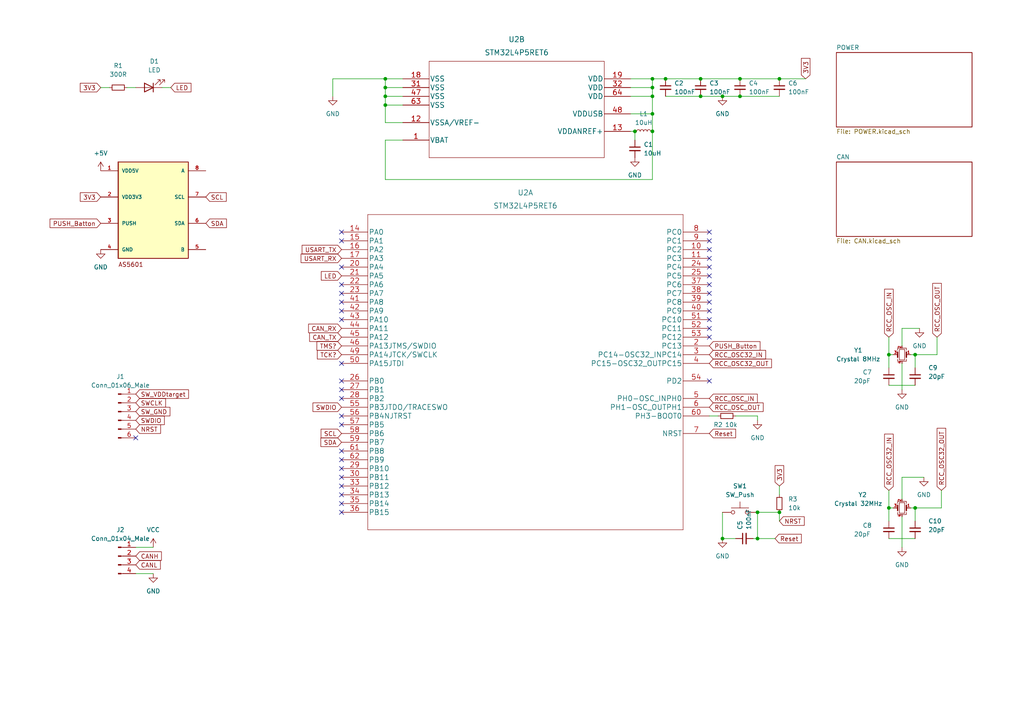
<source format=kicad_sch>
(kicad_sch (version 20211123) (generator eeschema)

  (uuid 9538e4ed-27e6-4c37-b989-9859dc0d49e8)

  (paper "A4")

  (lib_symbols
    (symbol "2022-09-28_16-44-57:STM32L4P5RET6" (pin_names (offset 0.254)) (in_bom yes) (on_board yes)
      (property "Reference" "U" (id 0) (at 53.34 10.16 0)
        (effects (font (size 1.524 1.524)))
      )
      (property "Value" "STM32L4P5RET6" (id 1) (at 53.34 7.62 0)
        (effects (font (size 1.524 1.524)))
      )
      (property "Footprint" "LQFP-64" (id 2) (at 53.34 6.096 0)
        (effects (font (size 1.524 1.524)) hide)
      )
      (property "Datasheet" "" (id 3) (at 0 0 0)
        (effects (font (size 1.524 1.524)))
      )
      (property "ki_fp_filters" "LQFP-64 LQFP-64-M LQFP-64-L" (id 4) (at 0 0 0)
        (effects (font (size 1.27 1.27)) hide)
      )
      (symbol "STM32L4P5RET6_1_1"
        (polyline
          (pts
            (xy 7.62 -86.36)
            (xy 99.06 -86.36)
          )
          (stroke (width 0.127) (type default) (color 0 0 0 0))
          (fill (type none))
        )
        (polyline
          (pts
            (xy 7.62 5.08)
            (xy 7.62 -86.36)
          )
          (stroke (width 0.127) (type default) (color 0 0 0 0))
          (fill (type none))
        )
        (polyline
          (pts
            (xy 99.06 -86.36)
            (xy 99.06 5.08)
          )
          (stroke (width 0.127) (type default) (color 0 0 0 0))
          (fill (type none))
        )
        (polyline
          (pts
            (xy 99.06 5.08)
            (xy 7.62 5.08)
          )
          (stroke (width 0.127) (type default) (color 0 0 0 0))
          (fill (type none))
        )
        (pin bidirectional line (at 106.68 -5.08 180) (length 7.62)
          (name "PC2" (effects (font (size 1.4986 1.4986))))
          (number "10" (effects (font (size 1.4986 1.4986))))
        )
        (pin bidirectional line (at 106.68 -7.62 180) (length 7.62)
          (name "PC3" (effects (font (size 1.4986 1.4986))))
          (number "11" (effects (font (size 1.4986 1.4986))))
        )
        (pin bidirectional line (at 0 0 0) (length 7.62)
          (name "PA0" (effects (font (size 1.4986 1.4986))))
          (number "14" (effects (font (size 1.4986 1.4986))))
        )
        (pin bidirectional line (at 0 -2.54 0) (length 7.62)
          (name "PA1" (effects (font (size 1.4986 1.4986))))
          (number "15" (effects (font (size 1.4986 1.4986))))
        )
        (pin bidirectional line (at 0 -5.08 0) (length 7.62)
          (name "PA2" (effects (font (size 1.4986 1.4986))))
          (number "16" (effects (font (size 1.4986 1.4986))))
        )
        (pin bidirectional line (at 0 -7.62 0) (length 7.62)
          (name "PA3" (effects (font (size 1.4986 1.4986))))
          (number "17" (effects (font (size 1.4986 1.4986))))
        )
        (pin bidirectional line (at 106.68 -33.02 180) (length 7.62)
          (name "PC13" (effects (font (size 1.4986 1.4986))))
          (number "2" (effects (font (size 1.4986 1.4986))))
        )
        (pin bidirectional line (at 0 -10.16 0) (length 7.62)
          (name "PA4" (effects (font (size 1.4986 1.4986))))
          (number "20" (effects (font (size 1.4986 1.4986))))
        )
        (pin bidirectional line (at 0 -12.7 0) (length 7.62)
          (name "PA5" (effects (font (size 1.4986 1.4986))))
          (number "21" (effects (font (size 1.4986 1.4986))))
        )
        (pin bidirectional line (at 0 -15.24 0) (length 7.62)
          (name "PA6" (effects (font (size 1.4986 1.4986))))
          (number "22" (effects (font (size 1.4986 1.4986))))
        )
        (pin bidirectional line (at 0 -17.78 0) (length 7.62)
          (name "PA7" (effects (font (size 1.4986 1.4986))))
          (number "23" (effects (font (size 1.4986 1.4986))))
        )
        (pin bidirectional line (at 106.68 -10.16 180) (length 7.62)
          (name "PC4" (effects (font (size 1.4986 1.4986))))
          (number "24" (effects (font (size 1.4986 1.4986))))
        )
        (pin bidirectional line (at 106.68 -12.7 180) (length 7.62)
          (name "PC5" (effects (font (size 1.4986 1.4986))))
          (number "25" (effects (font (size 1.4986 1.4986))))
        )
        (pin bidirectional line (at 0 -43.18 0) (length 7.62)
          (name "PB0" (effects (font (size 1.4986 1.4986))))
          (number "26" (effects (font (size 1.4986 1.4986))))
        )
        (pin bidirectional line (at 0 -45.72 0) (length 7.62)
          (name "PB1" (effects (font (size 1.4986 1.4986))))
          (number "27" (effects (font (size 1.4986 1.4986))))
        )
        (pin bidirectional line (at 0 -48.26 0) (length 7.62)
          (name "PB2" (effects (font (size 1.4986 1.4986))))
          (number "28" (effects (font (size 1.4986 1.4986))))
        )
        (pin bidirectional line (at 0 -68.58 0) (length 7.62)
          (name "PB10" (effects (font (size 1.4986 1.4986))))
          (number "29" (effects (font (size 1.4986 1.4986))))
        )
        (pin bidirectional line (at 106.68 -35.56 180) (length 7.62)
          (name "PC14-OSC32_INPC14" (effects (font (size 1.4986 1.4986))))
          (number "3" (effects (font (size 1.4986 1.4986))))
        )
        (pin bidirectional line (at 0 -71.12 0) (length 7.62)
          (name "PB11" (effects (font (size 1.4986 1.4986))))
          (number "30" (effects (font (size 1.4986 1.4986))))
        )
        (pin bidirectional line (at 0 -73.66 0) (length 7.62)
          (name "PB12" (effects (font (size 1.4986 1.4986))))
          (number "33" (effects (font (size 1.4986 1.4986))))
        )
        (pin bidirectional line (at 0 -76.2 0) (length 7.62)
          (name "PB13" (effects (font (size 1.4986 1.4986))))
          (number "34" (effects (font (size 1.4986 1.4986))))
        )
        (pin bidirectional line (at 0 -78.74 0) (length 7.62)
          (name "PB14" (effects (font (size 1.4986 1.4986))))
          (number "35" (effects (font (size 1.4986 1.4986))))
        )
        (pin bidirectional line (at 0 -81.28 0) (length 7.62)
          (name "PB15" (effects (font (size 1.4986 1.4986))))
          (number "36" (effects (font (size 1.4986 1.4986))))
        )
        (pin bidirectional line (at 106.68 -15.24 180) (length 7.62)
          (name "PC6" (effects (font (size 1.4986 1.4986))))
          (number "37" (effects (font (size 1.4986 1.4986))))
        )
        (pin bidirectional line (at 106.68 -17.78 180) (length 7.62)
          (name "PC7" (effects (font (size 1.4986 1.4986))))
          (number "38" (effects (font (size 1.4986 1.4986))))
        )
        (pin bidirectional line (at 106.68 -20.32 180) (length 7.62)
          (name "PC8" (effects (font (size 1.4986 1.4986))))
          (number "39" (effects (font (size 1.4986 1.4986))))
        )
        (pin bidirectional line (at 106.68 -38.1 180) (length 7.62)
          (name "PC15-OSC32_OUTPC15" (effects (font (size 1.4986 1.4986))))
          (number "4" (effects (font (size 1.4986 1.4986))))
        )
        (pin bidirectional line (at 106.68 -22.86 180) (length 7.62)
          (name "PC9" (effects (font (size 1.4986 1.4986))))
          (number "40" (effects (font (size 1.4986 1.4986))))
        )
        (pin bidirectional line (at 0 -20.32 0) (length 7.62)
          (name "PA8" (effects (font (size 1.4986 1.4986))))
          (number "41" (effects (font (size 1.4986 1.4986))))
        )
        (pin bidirectional line (at 0 -22.86 0) (length 7.62)
          (name "PA9" (effects (font (size 1.4986 1.4986))))
          (number "42" (effects (font (size 1.4986 1.4986))))
        )
        (pin bidirectional line (at 0 -25.4 0) (length 7.62)
          (name "PA10" (effects (font (size 1.4986 1.4986))))
          (number "43" (effects (font (size 1.4986 1.4986))))
        )
        (pin bidirectional line (at 0 -27.94 0) (length 7.62)
          (name "PA11" (effects (font (size 1.4986 1.4986))))
          (number "44" (effects (font (size 1.4986 1.4986))))
        )
        (pin bidirectional line (at 0 -30.48 0) (length 7.62)
          (name "PA12" (effects (font (size 1.4986 1.4986))))
          (number "45" (effects (font (size 1.4986 1.4986))))
        )
        (pin bidirectional line (at 0 -33.02 0) (length 7.62)
          (name "PA13JTMS/SWDIO" (effects (font (size 1.4986 1.4986))))
          (number "46" (effects (font (size 1.4986 1.4986))))
        )
        (pin bidirectional line (at 0 -35.56 0) (length 7.62)
          (name "PA14JTCK/SWCLK" (effects (font (size 1.4986 1.4986))))
          (number "49" (effects (font (size 1.4986 1.4986))))
        )
        (pin bidirectional line (at 106.68 -48.26 180) (length 7.62)
          (name "PH0-OSC_INPH0" (effects (font (size 1.4986 1.4986))))
          (number "5" (effects (font (size 1.4986 1.4986))))
        )
        (pin bidirectional line (at 0 -38.1 0) (length 7.62)
          (name "PA15JTDI" (effects (font (size 1.4986 1.4986))))
          (number "50" (effects (font (size 1.4986 1.4986))))
        )
        (pin bidirectional line (at 106.68 -25.4 180) (length 7.62)
          (name "PC10" (effects (font (size 1.4986 1.4986))))
          (number "51" (effects (font (size 1.4986 1.4986))))
        )
        (pin bidirectional line (at 106.68 -27.94 180) (length 7.62)
          (name "PC11" (effects (font (size 1.4986 1.4986))))
          (number "52" (effects (font (size 1.4986 1.4986))))
        )
        (pin bidirectional line (at 106.68 -30.48 180) (length 7.62)
          (name "PC12" (effects (font (size 1.4986 1.4986))))
          (number "53" (effects (font (size 1.4986 1.4986))))
        )
        (pin bidirectional line (at 106.68 -43.18 180) (length 7.62)
          (name "PD2" (effects (font (size 1.4986 1.4986))))
          (number "54" (effects (font (size 1.4986 1.4986))))
        )
        (pin bidirectional line (at 0 -50.8 0) (length 7.62)
          (name "PB3JTDO/TRACESWO" (effects (font (size 1.4986 1.4986))))
          (number "55" (effects (font (size 1.4986 1.4986))))
        )
        (pin bidirectional line (at 0 -53.34 0) (length 7.62)
          (name "PB4NJTRST" (effects (font (size 1.4986 1.4986))))
          (number "56" (effects (font (size 1.4986 1.4986))))
        )
        (pin bidirectional line (at 0 -55.88 0) (length 7.62)
          (name "PB5" (effects (font (size 1.4986 1.4986))))
          (number "57" (effects (font (size 1.4986 1.4986))))
        )
        (pin bidirectional line (at 0 -58.42 0) (length 7.62)
          (name "PB6" (effects (font (size 1.4986 1.4986))))
          (number "58" (effects (font (size 1.4986 1.4986))))
        )
        (pin bidirectional line (at 0 -60.96 0) (length 7.62)
          (name "PB7" (effects (font (size 1.4986 1.4986))))
          (number "59" (effects (font (size 1.4986 1.4986))))
        )
        (pin bidirectional line (at 106.68 -50.8 180) (length 7.62)
          (name "PH1-OSC_OUTPH1" (effects (font (size 1.4986 1.4986))))
          (number "6" (effects (font (size 1.4986 1.4986))))
        )
        (pin bidirectional line (at 106.68 -53.34 180) (length 7.62)
          (name "PH3-BOOT0" (effects (font (size 1.4986 1.4986))))
          (number "60" (effects (font (size 1.4986 1.4986))))
        )
        (pin bidirectional line (at 0 -63.5 0) (length 7.62)
          (name "PB8" (effects (font (size 1.4986 1.4986))))
          (number "61" (effects (font (size 1.4986 1.4986))))
        )
        (pin bidirectional line (at 0 -66.04 0) (length 7.62)
          (name "PB9" (effects (font (size 1.4986 1.4986))))
          (number "62" (effects (font (size 1.4986 1.4986))))
        )
        (pin bidirectional line (at 106.68 -58.42 180) (length 7.62)
          (name "NRST" (effects (font (size 1.4986 1.4986))))
          (number "7" (effects (font (size 1.4986 1.4986))))
        )
        (pin bidirectional line (at 106.68 0 180) (length 7.62)
          (name "PC0" (effects (font (size 1.4986 1.4986))))
          (number "8" (effects (font (size 1.4986 1.4986))))
        )
        (pin bidirectional line (at 106.68 -2.54 180) (length 7.62)
          (name "PC1" (effects (font (size 1.4986 1.4986))))
          (number "9" (effects (font (size 1.4986 1.4986))))
        )
      )
      (symbol "STM32L4P5RET6_2_1"
        (polyline
          (pts
            (xy 7.62 -22.86)
            (xy 58.42 -22.86)
          )
          (stroke (width 0.127) (type default) (color 0 0 0 0))
          (fill (type none))
        )
        (polyline
          (pts
            (xy 7.62 5.08)
            (xy 7.62 -22.86)
          )
          (stroke (width 0.127) (type default) (color 0 0 0 0))
          (fill (type none))
        )
        (polyline
          (pts
            (xy 58.42 -22.86)
            (xy 58.42 5.08)
          )
          (stroke (width 0.127) (type default) (color 0 0 0 0))
          (fill (type none))
        )
        (polyline
          (pts
            (xy 58.42 5.08)
            (xy 7.62 5.08)
          )
          (stroke (width 0.127) (type default) (color 0 0 0 0))
          (fill (type none))
        )
        (pin power_in line (at 0 -17.78 0) (length 7.62)
          (name "VBAT" (effects (font (size 1.4986 1.4986))))
          (number "1" (effects (font (size 1.4986 1.4986))))
        )
        (pin power_in line (at 0 -12.7 0) (length 7.62)
          (name "VSSA/VREF-" (effects (font (size 1.4986 1.4986))))
          (number "12" (effects (font (size 1.4986 1.4986))))
        )
        (pin power_in line (at 66.04 -15.24 180) (length 7.62)
          (name "VDDANREF+" (effects (font (size 1.4986 1.4986))))
          (number "13" (effects (font (size 1.4986 1.4986))))
        )
        (pin power_in line (at 0 0 0) (length 7.62)
          (name "VSS" (effects (font (size 1.4986 1.4986))))
          (number "18" (effects (font (size 1.4986 1.4986))))
        )
        (pin power_in line (at 66.04 0 180) (length 7.62)
          (name "VDD" (effects (font (size 1.4986 1.4986))))
          (number "19" (effects (font (size 1.4986 1.4986))))
        )
        (pin power_in line (at 0 -2.54 0) (length 7.62)
          (name "VSS" (effects (font (size 1.4986 1.4986))))
          (number "31" (effects (font (size 1.4986 1.4986))))
        )
        (pin power_in line (at 66.04 -2.54 180) (length 7.62)
          (name "VDD" (effects (font (size 1.4986 1.4986))))
          (number "32" (effects (font (size 1.4986 1.4986))))
        )
        (pin power_in line (at 0 -5.08 0) (length 7.62)
          (name "VSS" (effects (font (size 1.4986 1.4986))))
          (number "47" (effects (font (size 1.4986 1.4986))))
        )
        (pin power_in line (at 66.04 -10.16 180) (length 7.62)
          (name "VDDUSB" (effects (font (size 1.4986 1.4986))))
          (number "48" (effects (font (size 1.4986 1.4986))))
        )
        (pin power_in line (at 0 -7.62 0) (length 7.62)
          (name "VSS" (effects (font (size 1.4986 1.4986))))
          (number "63" (effects (font (size 1.4986 1.4986))))
        )
        (pin power_in line (at 66.04 -5.08 180) (length 7.62)
          (name "VDD" (effects (font (size 1.4986 1.4986))))
          (number "64" (effects (font (size 1.4986 1.4986))))
        )
      )
    )
    (symbol "AS5601-ASOM:AS5601-ASOM" (pin_names (offset 1.016)) (in_bom yes) (on_board yes)
      (property "Reference" "U" (id 0) (at 0 0 0)
        (effects (font (size 1.27 1.27)) (justify left bottom) hide)
      )
      (property "Value" "AS5601-ASOM" (id 1) (at 0 0 0)
        (effects (font (size 1.27 1.27)) (justify left bottom) hide)
      )
      (property "Footprint" "AS5601-ASOM" (id 2) (at 0 0 0)
        (effects (font (size 1.27 1.27)) (justify left bottom) hide)
      )
      (property "Datasheet" "" (id 3) (at 0 0 0)
        (effects (font (size 1.27 1.27)) (justify left bottom) hide)
      )
      (property "ki_locked" "" (id 4) (at 0 0 0)
        (effects (font (size 1.27 1.27)))
      )
      (symbol "AS5601-ASOM_0_0"
        (rectangle (start 0 -12.7) (end 20.32 15.24)
          (stroke (width 0.254) (type default) (color 0 0 0 0))
          (fill (type background))
        )
        (polyline
          (pts
            (xy 0 -12.7)
            (xy 0 15.24)
          )
          (stroke (width 0.254) (type default) (color 0 0 0 0))
          (fill (type none))
        )
        (text "AS5601" (at 0 -15.24 0)
          (effects (font (size 1.27 1.27)) (justify left bottom))
        )
        (pin bidirectional line (at -5.08 12.7 0) (length 5.08)
          (name "VDD5V" (effects (font (size 1.016 1.016))))
          (number "1" (effects (font (size 1.016 1.016))))
        )
        (pin bidirectional line (at -5.08 5.08 0) (length 5.08)
          (name "VDD3V3" (effects (font (size 1.016 1.016))))
          (number "2" (effects (font (size 1.016 1.016))))
        )
        (pin bidirectional line (at -5.08 -2.54 0) (length 5.08)
          (name "PUSH" (effects (font (size 1.016 1.016))))
          (number "3" (effects (font (size 1.016 1.016))))
        )
        (pin bidirectional line (at -5.08 -10.16 0) (length 5.08)
          (name "GND" (effects (font (size 1.016 1.016))))
          (number "4" (effects (font (size 1.016 1.016))))
        )
        (pin bidirectional line (at 25.4 -10.16 180) (length 5.08)
          (name "B" (effects (font (size 1.016 1.016))))
          (number "5" (effects (font (size 1.016 1.016))))
        )
        (pin bidirectional line (at 25.4 -2.54 180) (length 5.08)
          (name "SDA" (effects (font (size 1.016 1.016))))
          (number "6" (effects (font (size 1.016 1.016))))
        )
        (pin bidirectional line (at 25.4 5.08 180) (length 5.08)
          (name "SCL" (effects (font (size 1.016 1.016))))
          (number "7" (effects (font (size 1.016 1.016))))
        )
        (pin bidirectional line (at 25.4 12.7 180) (length 5.08)
          (name "A" (effects (font (size 1.016 1.016))))
          (number "8" (effects (font (size 1.016 1.016))))
        )
      )
    )
    (symbol "Connector:Conn_01x04_Male" (pin_names (offset 1.016) hide) (in_bom yes) (on_board yes)
      (property "Reference" "J" (id 0) (at 0 5.08 0)
        (effects (font (size 1.27 1.27)))
      )
      (property "Value" "Conn_01x04_Male" (id 1) (at 0 -7.62 0)
        (effects (font (size 1.27 1.27)))
      )
      (property "Footprint" "" (id 2) (at 0 0 0)
        (effects (font (size 1.27 1.27)) hide)
      )
      (property "Datasheet" "~" (id 3) (at 0 0 0)
        (effects (font (size 1.27 1.27)) hide)
      )
      (property "ki_keywords" "connector" (id 4) (at 0 0 0)
        (effects (font (size 1.27 1.27)) hide)
      )
      (property "ki_description" "Generic connector, single row, 01x04, script generated (kicad-library-utils/schlib/autogen/connector/)" (id 5) (at 0 0 0)
        (effects (font (size 1.27 1.27)) hide)
      )
      (property "ki_fp_filters" "Connector*:*_1x??_*" (id 6) (at 0 0 0)
        (effects (font (size 1.27 1.27)) hide)
      )
      (symbol "Conn_01x04_Male_1_1"
        (polyline
          (pts
            (xy 1.27 -5.08)
            (xy 0.8636 -5.08)
          )
          (stroke (width 0.1524) (type default) (color 0 0 0 0))
          (fill (type none))
        )
        (polyline
          (pts
            (xy 1.27 -2.54)
            (xy 0.8636 -2.54)
          )
          (stroke (width 0.1524) (type default) (color 0 0 0 0))
          (fill (type none))
        )
        (polyline
          (pts
            (xy 1.27 0)
            (xy 0.8636 0)
          )
          (stroke (width 0.1524) (type default) (color 0 0 0 0))
          (fill (type none))
        )
        (polyline
          (pts
            (xy 1.27 2.54)
            (xy 0.8636 2.54)
          )
          (stroke (width 0.1524) (type default) (color 0 0 0 0))
          (fill (type none))
        )
        (rectangle (start 0.8636 -4.953) (end 0 -5.207)
          (stroke (width 0.1524) (type default) (color 0 0 0 0))
          (fill (type outline))
        )
        (rectangle (start 0.8636 -2.413) (end 0 -2.667)
          (stroke (width 0.1524) (type default) (color 0 0 0 0))
          (fill (type outline))
        )
        (rectangle (start 0.8636 0.127) (end 0 -0.127)
          (stroke (width 0.1524) (type default) (color 0 0 0 0))
          (fill (type outline))
        )
        (rectangle (start 0.8636 2.667) (end 0 2.413)
          (stroke (width 0.1524) (type default) (color 0 0 0 0))
          (fill (type outline))
        )
        (pin passive line (at 5.08 2.54 180) (length 3.81)
          (name "Pin_1" (effects (font (size 1.27 1.27))))
          (number "1" (effects (font (size 1.27 1.27))))
        )
        (pin passive line (at 5.08 0 180) (length 3.81)
          (name "Pin_2" (effects (font (size 1.27 1.27))))
          (number "2" (effects (font (size 1.27 1.27))))
        )
        (pin passive line (at 5.08 -2.54 180) (length 3.81)
          (name "Pin_3" (effects (font (size 1.27 1.27))))
          (number "3" (effects (font (size 1.27 1.27))))
        )
        (pin passive line (at 5.08 -5.08 180) (length 3.81)
          (name "Pin_4" (effects (font (size 1.27 1.27))))
          (number "4" (effects (font (size 1.27 1.27))))
        )
      )
    )
    (symbol "Connector:Conn_01x06_Male" (pin_names (offset 1.016) hide) (in_bom yes) (on_board yes)
      (property "Reference" "J" (id 0) (at 0 7.62 0)
        (effects (font (size 1.27 1.27)))
      )
      (property "Value" "Conn_01x06_Male" (id 1) (at 0 -10.16 0)
        (effects (font (size 1.27 1.27)))
      )
      (property "Footprint" "" (id 2) (at 0 0 0)
        (effects (font (size 1.27 1.27)) hide)
      )
      (property "Datasheet" "~" (id 3) (at 0 0 0)
        (effects (font (size 1.27 1.27)) hide)
      )
      (property "ki_keywords" "connector" (id 4) (at 0 0 0)
        (effects (font (size 1.27 1.27)) hide)
      )
      (property "ki_description" "Generic connector, single row, 01x06, script generated (kicad-library-utils/schlib/autogen/connector/)" (id 5) (at 0 0 0)
        (effects (font (size 1.27 1.27)) hide)
      )
      (property "ki_fp_filters" "Connector*:*_1x??_*" (id 6) (at 0 0 0)
        (effects (font (size 1.27 1.27)) hide)
      )
      (symbol "Conn_01x06_Male_1_1"
        (polyline
          (pts
            (xy 1.27 -7.62)
            (xy 0.8636 -7.62)
          )
          (stroke (width 0.1524) (type default) (color 0 0 0 0))
          (fill (type none))
        )
        (polyline
          (pts
            (xy 1.27 -5.08)
            (xy 0.8636 -5.08)
          )
          (stroke (width 0.1524) (type default) (color 0 0 0 0))
          (fill (type none))
        )
        (polyline
          (pts
            (xy 1.27 -2.54)
            (xy 0.8636 -2.54)
          )
          (stroke (width 0.1524) (type default) (color 0 0 0 0))
          (fill (type none))
        )
        (polyline
          (pts
            (xy 1.27 0)
            (xy 0.8636 0)
          )
          (stroke (width 0.1524) (type default) (color 0 0 0 0))
          (fill (type none))
        )
        (polyline
          (pts
            (xy 1.27 2.54)
            (xy 0.8636 2.54)
          )
          (stroke (width 0.1524) (type default) (color 0 0 0 0))
          (fill (type none))
        )
        (polyline
          (pts
            (xy 1.27 5.08)
            (xy 0.8636 5.08)
          )
          (stroke (width 0.1524) (type default) (color 0 0 0 0))
          (fill (type none))
        )
        (rectangle (start 0.8636 -7.493) (end 0 -7.747)
          (stroke (width 0.1524) (type default) (color 0 0 0 0))
          (fill (type outline))
        )
        (rectangle (start 0.8636 -4.953) (end 0 -5.207)
          (stroke (width 0.1524) (type default) (color 0 0 0 0))
          (fill (type outline))
        )
        (rectangle (start 0.8636 -2.413) (end 0 -2.667)
          (stroke (width 0.1524) (type default) (color 0 0 0 0))
          (fill (type outline))
        )
        (rectangle (start 0.8636 0.127) (end 0 -0.127)
          (stroke (width 0.1524) (type default) (color 0 0 0 0))
          (fill (type outline))
        )
        (rectangle (start 0.8636 2.667) (end 0 2.413)
          (stroke (width 0.1524) (type default) (color 0 0 0 0))
          (fill (type outline))
        )
        (rectangle (start 0.8636 5.207) (end 0 4.953)
          (stroke (width 0.1524) (type default) (color 0 0 0 0))
          (fill (type outline))
        )
        (pin passive line (at 5.08 5.08 180) (length 3.81)
          (name "Pin_1" (effects (font (size 1.27 1.27))))
          (number "1" (effects (font (size 1.27 1.27))))
        )
        (pin passive line (at 5.08 2.54 180) (length 3.81)
          (name "Pin_2" (effects (font (size 1.27 1.27))))
          (number "2" (effects (font (size 1.27 1.27))))
        )
        (pin passive line (at 5.08 0 180) (length 3.81)
          (name "Pin_3" (effects (font (size 1.27 1.27))))
          (number "3" (effects (font (size 1.27 1.27))))
        )
        (pin passive line (at 5.08 -2.54 180) (length 3.81)
          (name "Pin_4" (effects (font (size 1.27 1.27))))
          (number "4" (effects (font (size 1.27 1.27))))
        )
        (pin passive line (at 5.08 -5.08 180) (length 3.81)
          (name "Pin_5" (effects (font (size 1.27 1.27))))
          (number "5" (effects (font (size 1.27 1.27))))
        )
        (pin passive line (at 5.08 -7.62 180) (length 3.81)
          (name "Pin_6" (effects (font (size 1.27 1.27))))
          (number "6" (effects (font (size 1.27 1.27))))
        )
      )
    )
    (symbol "Device:C_Small" (pin_numbers hide) (pin_names (offset 0.254) hide) (in_bom yes) (on_board yes)
      (property "Reference" "C" (id 0) (at 0.254 1.778 0)
        (effects (font (size 1.27 1.27)) (justify left))
      )
      (property "Value" "C_Small" (id 1) (at 0.254 -2.032 0)
        (effects (font (size 1.27 1.27)) (justify left))
      )
      (property "Footprint" "" (id 2) (at 0 0 0)
        (effects (font (size 1.27 1.27)) hide)
      )
      (property "Datasheet" "~" (id 3) (at 0 0 0)
        (effects (font (size 1.27 1.27)) hide)
      )
      (property "ki_keywords" "capacitor cap" (id 4) (at 0 0 0)
        (effects (font (size 1.27 1.27)) hide)
      )
      (property "ki_description" "Unpolarized capacitor, small symbol" (id 5) (at 0 0 0)
        (effects (font (size 1.27 1.27)) hide)
      )
      (property "ki_fp_filters" "C_*" (id 6) (at 0 0 0)
        (effects (font (size 1.27 1.27)) hide)
      )
      (symbol "C_Small_0_1"
        (polyline
          (pts
            (xy -1.524 -0.508)
            (xy 1.524 -0.508)
          )
          (stroke (width 0.3302) (type default) (color 0 0 0 0))
          (fill (type none))
        )
        (polyline
          (pts
            (xy -1.524 0.508)
            (xy 1.524 0.508)
          )
          (stroke (width 0.3048) (type default) (color 0 0 0 0))
          (fill (type none))
        )
      )
      (symbol "C_Small_1_1"
        (pin passive line (at 0 2.54 270) (length 2.032)
          (name "~" (effects (font (size 1.27 1.27))))
          (number "1" (effects (font (size 1.27 1.27))))
        )
        (pin passive line (at 0 -2.54 90) (length 2.032)
          (name "~" (effects (font (size 1.27 1.27))))
          (number "2" (effects (font (size 1.27 1.27))))
        )
      )
    )
    (symbol "Device:Crystal_GND24_Small" (pin_names (offset 1.016) hide) (in_bom yes) (on_board yes)
      (property "Reference" "Y" (id 0) (at 1.27 4.445 0)
        (effects (font (size 1.27 1.27)) (justify left))
      )
      (property "Value" "Crystal_GND24_Small" (id 1) (at 1.27 2.54 0)
        (effects (font (size 1.27 1.27)) (justify left))
      )
      (property "Footprint" "" (id 2) (at 0 0 0)
        (effects (font (size 1.27 1.27)) hide)
      )
      (property "Datasheet" "~" (id 3) (at 0 0 0)
        (effects (font (size 1.27 1.27)) hide)
      )
      (property "ki_keywords" "quartz ceramic resonator oscillator" (id 4) (at 0 0 0)
        (effects (font (size 1.27 1.27)) hide)
      )
      (property "ki_description" "Four pin crystal, GND on pins 2 and 4, small symbol" (id 5) (at 0 0 0)
        (effects (font (size 1.27 1.27)) hide)
      )
      (property "ki_fp_filters" "Crystal*" (id 6) (at 0 0 0)
        (effects (font (size 1.27 1.27)) hide)
      )
      (symbol "Crystal_GND24_Small_0_1"
        (rectangle (start -0.762 -1.524) (end 0.762 1.524)
          (stroke (width 0) (type default) (color 0 0 0 0))
          (fill (type none))
        )
        (polyline
          (pts
            (xy -1.27 -0.762)
            (xy -1.27 0.762)
          )
          (stroke (width 0.381) (type default) (color 0 0 0 0))
          (fill (type none))
        )
        (polyline
          (pts
            (xy 1.27 -0.762)
            (xy 1.27 0.762)
          )
          (stroke (width 0.381) (type default) (color 0 0 0 0))
          (fill (type none))
        )
        (polyline
          (pts
            (xy -1.27 -1.27)
            (xy -1.27 -1.905)
            (xy 1.27 -1.905)
            (xy 1.27 -1.27)
          )
          (stroke (width 0) (type default) (color 0 0 0 0))
          (fill (type none))
        )
        (polyline
          (pts
            (xy -1.27 1.27)
            (xy -1.27 1.905)
            (xy 1.27 1.905)
            (xy 1.27 1.27)
          )
          (stroke (width 0) (type default) (color 0 0 0 0))
          (fill (type none))
        )
      )
      (symbol "Crystal_GND24_Small_1_1"
        (pin passive line (at -2.54 0 0) (length 1.27)
          (name "1" (effects (font (size 1.27 1.27))))
          (number "1" (effects (font (size 0.762 0.762))))
        )
        (pin passive line (at 0 -2.54 90) (length 0.635)
          (name "2" (effects (font (size 1.27 1.27))))
          (number "2" (effects (font (size 0.762 0.762))))
        )
        (pin passive line (at 2.54 0 180) (length 1.27)
          (name "3" (effects (font (size 1.27 1.27))))
          (number "3" (effects (font (size 0.762 0.762))))
        )
        (pin passive line (at 0 2.54 270) (length 0.635)
          (name "4" (effects (font (size 1.27 1.27))))
          (number "4" (effects (font (size 0.762 0.762))))
        )
      )
    )
    (symbol "Device:LED" (pin_numbers hide) (pin_names (offset 1.016) hide) (in_bom yes) (on_board yes)
      (property "Reference" "D" (id 0) (at 0 2.54 0)
        (effects (font (size 1.27 1.27)))
      )
      (property "Value" "LED" (id 1) (at 0 -2.54 0)
        (effects (font (size 1.27 1.27)))
      )
      (property "Footprint" "" (id 2) (at 0 0 0)
        (effects (font (size 1.27 1.27)) hide)
      )
      (property "Datasheet" "~" (id 3) (at 0 0 0)
        (effects (font (size 1.27 1.27)) hide)
      )
      (property "ki_keywords" "LED diode" (id 4) (at 0 0 0)
        (effects (font (size 1.27 1.27)) hide)
      )
      (property "ki_description" "Light emitting diode" (id 5) (at 0 0 0)
        (effects (font (size 1.27 1.27)) hide)
      )
      (property "ki_fp_filters" "LED* LED_SMD:* LED_THT:*" (id 6) (at 0 0 0)
        (effects (font (size 1.27 1.27)) hide)
      )
      (symbol "LED_0_1"
        (polyline
          (pts
            (xy -1.27 -1.27)
            (xy -1.27 1.27)
          )
          (stroke (width 0.254) (type default) (color 0 0 0 0))
          (fill (type none))
        )
        (polyline
          (pts
            (xy -1.27 0)
            (xy 1.27 0)
          )
          (stroke (width 0) (type default) (color 0 0 0 0))
          (fill (type none))
        )
        (polyline
          (pts
            (xy 1.27 -1.27)
            (xy 1.27 1.27)
            (xy -1.27 0)
            (xy 1.27 -1.27)
          )
          (stroke (width 0.254) (type default) (color 0 0 0 0))
          (fill (type none))
        )
        (polyline
          (pts
            (xy -3.048 -0.762)
            (xy -4.572 -2.286)
            (xy -3.81 -2.286)
            (xy -4.572 -2.286)
            (xy -4.572 -1.524)
          )
          (stroke (width 0) (type default) (color 0 0 0 0))
          (fill (type none))
        )
        (polyline
          (pts
            (xy -1.778 -0.762)
            (xy -3.302 -2.286)
            (xy -2.54 -2.286)
            (xy -3.302 -2.286)
            (xy -3.302 -1.524)
          )
          (stroke (width 0) (type default) (color 0 0 0 0))
          (fill (type none))
        )
      )
      (symbol "LED_1_1"
        (pin passive line (at -3.81 0 0) (length 2.54)
          (name "K" (effects (font (size 1.27 1.27))))
          (number "1" (effects (font (size 1.27 1.27))))
        )
        (pin passive line (at 3.81 0 180) (length 2.54)
          (name "A" (effects (font (size 1.27 1.27))))
          (number "2" (effects (font (size 1.27 1.27))))
        )
      )
    )
    (symbol "Device:L_Small" (pin_numbers hide) (pin_names (offset 0.254) hide) (in_bom yes) (on_board yes)
      (property "Reference" "L" (id 0) (at 0.762 1.016 0)
        (effects (font (size 1.27 1.27)) (justify left))
      )
      (property "Value" "L_Small" (id 1) (at 0.762 -1.016 0)
        (effects (font (size 1.27 1.27)) (justify left))
      )
      (property "Footprint" "" (id 2) (at 0 0 0)
        (effects (font (size 1.27 1.27)) hide)
      )
      (property "Datasheet" "~" (id 3) (at 0 0 0)
        (effects (font (size 1.27 1.27)) hide)
      )
      (property "ki_keywords" "inductor choke coil reactor magnetic" (id 4) (at 0 0 0)
        (effects (font (size 1.27 1.27)) hide)
      )
      (property "ki_description" "Inductor, small symbol" (id 5) (at 0 0 0)
        (effects (font (size 1.27 1.27)) hide)
      )
      (property "ki_fp_filters" "Choke_* *Coil* Inductor_* L_*" (id 6) (at 0 0 0)
        (effects (font (size 1.27 1.27)) hide)
      )
      (symbol "L_Small_0_1"
        (arc (start 0 -2.032) (mid 0.508 -1.524) (end 0 -1.016)
          (stroke (width 0) (type default) (color 0 0 0 0))
          (fill (type none))
        )
        (arc (start 0 -1.016) (mid 0.508 -0.508) (end 0 0)
          (stroke (width 0) (type default) (color 0 0 0 0))
          (fill (type none))
        )
        (arc (start 0 0) (mid 0.508 0.508) (end 0 1.016)
          (stroke (width 0) (type default) (color 0 0 0 0))
          (fill (type none))
        )
        (arc (start 0 1.016) (mid 0.508 1.524) (end 0 2.032)
          (stroke (width 0) (type default) (color 0 0 0 0))
          (fill (type none))
        )
      )
      (symbol "L_Small_1_1"
        (pin passive line (at 0 2.54 270) (length 0.508)
          (name "~" (effects (font (size 1.27 1.27))))
          (number "1" (effects (font (size 1.27 1.27))))
        )
        (pin passive line (at 0 -2.54 90) (length 0.508)
          (name "~" (effects (font (size 1.27 1.27))))
          (number "2" (effects (font (size 1.27 1.27))))
        )
      )
    )
    (symbol "Device:R_Small" (pin_numbers hide) (pin_names (offset 0.254) hide) (in_bom yes) (on_board yes)
      (property "Reference" "R" (id 0) (at 0.762 0.508 0)
        (effects (font (size 1.27 1.27)) (justify left))
      )
      (property "Value" "R_Small" (id 1) (at 0.762 -1.016 0)
        (effects (font (size 1.27 1.27)) (justify left))
      )
      (property "Footprint" "" (id 2) (at 0 0 0)
        (effects (font (size 1.27 1.27)) hide)
      )
      (property "Datasheet" "~" (id 3) (at 0 0 0)
        (effects (font (size 1.27 1.27)) hide)
      )
      (property "ki_keywords" "R resistor" (id 4) (at 0 0 0)
        (effects (font (size 1.27 1.27)) hide)
      )
      (property "ki_description" "Resistor, small symbol" (id 5) (at 0 0 0)
        (effects (font (size 1.27 1.27)) hide)
      )
      (property "ki_fp_filters" "R_*" (id 6) (at 0 0 0)
        (effects (font (size 1.27 1.27)) hide)
      )
      (symbol "R_Small_0_1"
        (rectangle (start -0.762 1.778) (end 0.762 -1.778)
          (stroke (width 0.2032) (type default) (color 0 0 0 0))
          (fill (type none))
        )
      )
      (symbol "R_Small_1_1"
        (pin passive line (at 0 2.54 270) (length 0.762)
          (name "~" (effects (font (size 1.27 1.27))))
          (number "1" (effects (font (size 1.27 1.27))))
        )
        (pin passive line (at 0 -2.54 90) (length 0.762)
          (name "~" (effects (font (size 1.27 1.27))))
          (number "2" (effects (font (size 1.27 1.27))))
        )
      )
    )
    (symbol "Switch:SW_Push" (pin_numbers hide) (pin_names (offset 1.016) hide) (in_bom yes) (on_board yes)
      (property "Reference" "SW" (id 0) (at 1.27 2.54 0)
        (effects (font (size 1.27 1.27)) (justify left))
      )
      (property "Value" "SW_Push" (id 1) (at 0 -1.524 0)
        (effects (font (size 1.27 1.27)))
      )
      (property "Footprint" "" (id 2) (at 0 5.08 0)
        (effects (font (size 1.27 1.27)) hide)
      )
      (property "Datasheet" "~" (id 3) (at 0 5.08 0)
        (effects (font (size 1.27 1.27)) hide)
      )
      (property "ki_keywords" "switch normally-open pushbutton push-button" (id 4) (at 0 0 0)
        (effects (font (size 1.27 1.27)) hide)
      )
      (property "ki_description" "Push button switch, generic, two pins" (id 5) (at 0 0 0)
        (effects (font (size 1.27 1.27)) hide)
      )
      (symbol "SW_Push_0_1"
        (circle (center -2.032 0) (radius 0.508)
          (stroke (width 0) (type default) (color 0 0 0 0))
          (fill (type none))
        )
        (polyline
          (pts
            (xy 0 1.27)
            (xy 0 3.048)
          )
          (stroke (width 0) (type default) (color 0 0 0 0))
          (fill (type none))
        )
        (polyline
          (pts
            (xy 2.54 1.27)
            (xy -2.54 1.27)
          )
          (stroke (width 0) (type default) (color 0 0 0 0))
          (fill (type none))
        )
        (circle (center 2.032 0) (radius 0.508)
          (stroke (width 0) (type default) (color 0 0 0 0))
          (fill (type none))
        )
        (pin passive line (at -5.08 0 0) (length 2.54)
          (name "1" (effects (font (size 1.27 1.27))))
          (number "1" (effects (font (size 1.27 1.27))))
        )
        (pin passive line (at 5.08 0 180) (length 2.54)
          (name "2" (effects (font (size 1.27 1.27))))
          (number "2" (effects (font (size 1.27 1.27))))
        )
      )
    )
    (symbol "power:+5V" (power) (pin_names (offset 0)) (in_bom yes) (on_board yes)
      (property "Reference" "#PWR" (id 0) (at 0 -3.81 0)
        (effects (font (size 1.27 1.27)) hide)
      )
      (property "Value" "+5V" (id 1) (at 0 3.556 0)
        (effects (font (size 1.27 1.27)))
      )
      (property "Footprint" "" (id 2) (at 0 0 0)
        (effects (font (size 1.27 1.27)) hide)
      )
      (property "Datasheet" "" (id 3) (at 0 0 0)
        (effects (font (size 1.27 1.27)) hide)
      )
      (property "ki_keywords" "power-flag" (id 4) (at 0 0 0)
        (effects (font (size 1.27 1.27)) hide)
      )
      (property "ki_description" "Power symbol creates a global label with name \"+5V\"" (id 5) (at 0 0 0)
        (effects (font (size 1.27 1.27)) hide)
      )
      (symbol "+5V_0_1"
        (polyline
          (pts
            (xy -0.762 1.27)
            (xy 0 2.54)
          )
          (stroke (width 0) (type default) (color 0 0 0 0))
          (fill (type none))
        )
        (polyline
          (pts
            (xy 0 0)
            (xy 0 2.54)
          )
          (stroke (width 0) (type default) (color 0 0 0 0))
          (fill (type none))
        )
        (polyline
          (pts
            (xy 0 2.54)
            (xy 0.762 1.27)
          )
          (stroke (width 0) (type default) (color 0 0 0 0))
          (fill (type none))
        )
      )
      (symbol "+5V_1_1"
        (pin power_in line (at 0 0 90) (length 0) hide
          (name "+5V" (effects (font (size 1.27 1.27))))
          (number "1" (effects (font (size 1.27 1.27))))
        )
      )
    )
    (symbol "power:GND" (power) (pin_names (offset 0)) (in_bom yes) (on_board yes)
      (property "Reference" "#PWR" (id 0) (at 0 -6.35 0)
        (effects (font (size 1.27 1.27)) hide)
      )
      (property "Value" "GND" (id 1) (at 0 -3.81 0)
        (effects (font (size 1.27 1.27)))
      )
      (property "Footprint" "" (id 2) (at 0 0 0)
        (effects (font (size 1.27 1.27)) hide)
      )
      (property "Datasheet" "" (id 3) (at 0 0 0)
        (effects (font (size 1.27 1.27)) hide)
      )
      (property "ki_keywords" "power-flag" (id 4) (at 0 0 0)
        (effects (font (size 1.27 1.27)) hide)
      )
      (property "ki_description" "Power symbol creates a global label with name \"GND\" , ground" (id 5) (at 0 0 0)
        (effects (font (size 1.27 1.27)) hide)
      )
      (symbol "GND_0_1"
        (polyline
          (pts
            (xy 0 0)
            (xy 0 -1.27)
            (xy 1.27 -1.27)
            (xy 0 -2.54)
            (xy -1.27 -1.27)
            (xy 0 -1.27)
          )
          (stroke (width 0) (type default) (color 0 0 0 0))
          (fill (type none))
        )
      )
      (symbol "GND_1_1"
        (pin power_in line (at 0 0 270) (length 0) hide
          (name "GND" (effects (font (size 1.27 1.27))))
          (number "1" (effects (font (size 1.27 1.27))))
        )
      )
    )
    (symbol "power:VCC" (power) (pin_names (offset 0)) (in_bom yes) (on_board yes)
      (property "Reference" "#PWR" (id 0) (at 0 -3.81 0)
        (effects (font (size 1.27 1.27)) hide)
      )
      (property "Value" "VCC" (id 1) (at 0 3.81 0)
        (effects (font (size 1.27 1.27)))
      )
      (property "Footprint" "" (id 2) (at 0 0 0)
        (effects (font (size 1.27 1.27)) hide)
      )
      (property "Datasheet" "" (id 3) (at 0 0 0)
        (effects (font (size 1.27 1.27)) hide)
      )
      (property "ki_keywords" "power-flag" (id 4) (at 0 0 0)
        (effects (font (size 1.27 1.27)) hide)
      )
      (property "ki_description" "Power symbol creates a global label with name \"VCC\"" (id 5) (at 0 0 0)
        (effects (font (size 1.27 1.27)) hide)
      )
      (symbol "VCC_0_1"
        (polyline
          (pts
            (xy -0.762 1.27)
            (xy 0 2.54)
          )
          (stroke (width 0) (type default) (color 0 0 0 0))
          (fill (type none))
        )
        (polyline
          (pts
            (xy 0 0)
            (xy 0 2.54)
          )
          (stroke (width 0) (type default) (color 0 0 0 0))
          (fill (type none))
        )
        (polyline
          (pts
            (xy 0 2.54)
            (xy 0.762 1.27)
          )
          (stroke (width 0) (type default) (color 0 0 0 0))
          (fill (type none))
        )
      )
      (symbol "VCC_1_1"
        (pin power_in line (at 0 0 90) (length 0) hide
          (name "VCC" (effects (font (size 1.27 1.27))))
          (number "1" (effects (font (size 1.27 1.27))))
        )
      )
    )
  )


  (junction (at 265.43 102.87) (diameter 0) (color 0 0 0 0)
    (uuid 0f8ccb5f-5ad1-4f7a-a690-c0afbfd17093)
  )
  (junction (at 219.71 148.59) (diameter 0) (color 0 0 0 0)
    (uuid 1b49cec8-89f2-4165-99c3-851014ffb30c)
  )
  (junction (at 189.23 38.1) (diameter 0) (color 0 0 0 0)
    (uuid 27676d0f-f646-474c-981c-664729878155)
  )
  (junction (at 226.06 22.86) (diameter 0) (color 0 0 0 0)
    (uuid 2e468bcb-ba17-47ef-b31c-4a1db26e1aaa)
  )
  (junction (at 203.2 27.94) (diameter 0) (color 0 0 0 0)
    (uuid 314228a5-f294-4bde-b8c3-f3b9b104732a)
  )
  (junction (at 189.23 27.94) (diameter 0) (color 0 0 0 0)
    (uuid 315006cf-259b-442e-89de-2087ee652ab4)
  )
  (junction (at 189.23 25.4) (diameter 0) (color 0 0 0 0)
    (uuid 494ae49f-5aec-4cf6-ac5f-871e59322d0f)
  )
  (junction (at 209.55 156.21) (diameter 0) (color 0 0 0 0)
    (uuid 4bac204e-7e77-4c0c-a72c-a2ce8675eac5)
  )
  (junction (at 214.63 22.86) (diameter 0) (color 0 0 0 0)
    (uuid 4bf0c082-642b-4ed4-99f7-b2dcee835d61)
  )
  (junction (at 111.76 30.48) (diameter 0) (color 0 0 0 0)
    (uuid 50bfdc68-1149-4363-9dbd-eb0ca650ab2c)
  )
  (junction (at 111.76 22.86) (diameter 0) (color 0 0 0 0)
    (uuid 7c3d1aae-efba-47af-a3c7-3fe35d7c56ba)
  )
  (junction (at 111.76 27.94) (diameter 0) (color 0 0 0 0)
    (uuid 82a72d85-859c-478f-bae6-42d0d556c150)
  )
  (junction (at 209.55 27.94) (diameter 0) (color 0 0 0 0)
    (uuid 889be51b-c9e6-443e-9b64-7931dea37628)
  )
  (junction (at 203.2 22.86) (diameter 0) (color 0 0 0 0)
    (uuid 9331df6d-965e-4243-931f-82a0da6af832)
  )
  (junction (at 226.06 148.59) (diameter 0) (color 0 0 0 0)
    (uuid 9793399b-b23c-4df1-8ff6-b3f38cbe8b1c)
  )
  (junction (at 193.04 22.86) (diameter 0) (color 0 0 0 0)
    (uuid 9848afa7-20da-45d6-96f7-e118edc90ed6)
  )
  (junction (at 189.23 33.02) (diameter 0) (color 0 0 0 0)
    (uuid b39f8ecb-0de5-4064-8cb0-cc1c2b30fd0a)
  )
  (junction (at 214.63 27.94) (diameter 0) (color 0 0 0 0)
    (uuid be137fae-cae6-489d-8428-83bdac1bedb4)
  )
  (junction (at 257.81 102.87) (diameter 0) (color 0 0 0 0)
    (uuid c04f5a40-8597-4b4d-a7ef-a27aa2f3fc6b)
  )
  (junction (at 189.23 22.86) (diameter 0) (color 0 0 0 0)
    (uuid c7d621bc-aef6-4ba3-b416-b80ffaab143a)
  )
  (junction (at 184.15 38.1) (diameter 0) (color 0 0 0 0)
    (uuid d07fa347-3d0a-44f2-878a-af5cda483631)
  )
  (junction (at 111.76 25.4) (diameter 0) (color 0 0 0 0)
    (uuid d978bca2-a08f-4a53-a47a-a16fc92ed5e6)
  )
  (junction (at 219.71 156.21) (diameter 0) (color 0 0 0 0)
    (uuid dd61c6b3-4180-44b0-ac9d-a939e2e72adc)
  )
  (junction (at 265.43 147.32) (diameter 0) (color 0 0 0 0)
    (uuid ddccc4e3-7ccc-4ed6-a9a5-9b82c7f665d7)
  )
  (junction (at 257.81 147.32) (diameter 0) (color 0 0 0 0)
    (uuid f6941a16-c5fc-488a-a306-fc435b9da862)
  )

  (no_connect (at 205.74 97.79) (uuid 40b82f15-e790-4f26-adce-a87b136bc4a9))
  (no_connect (at 205.74 95.25) (uuid 40b82f15-e790-4f26-adce-a87b136bc4a9))
  (no_connect (at 205.74 92.71) (uuid 40b82f15-e790-4f26-adce-a87b136bc4a9))
  (no_connect (at 205.74 90.17) (uuid 40b82f15-e790-4f26-adce-a87b136bc4a9))
  (no_connect (at 205.74 87.63) (uuid 40b82f15-e790-4f26-adce-a87b136bc4a9))
  (no_connect (at 205.74 85.09) (uuid 40b82f15-e790-4f26-adce-a87b136bc4a9))
  (no_connect (at 205.74 82.55) (uuid 40b82f15-e790-4f26-adce-a87b136bc4a9))
  (no_connect (at 205.74 80.01) (uuid 40b82f15-e790-4f26-adce-a87b136bc4a9))
  (no_connect (at 205.74 77.47) (uuid 40b82f15-e790-4f26-adce-a87b136bc4a9))
  (no_connect (at 205.74 74.93) (uuid 40b82f15-e790-4f26-adce-a87b136bc4a9))
  (no_connect (at 205.74 72.39) (uuid 40b82f15-e790-4f26-adce-a87b136bc4a9))
  (no_connect (at 205.74 69.85) (uuid 40b82f15-e790-4f26-adce-a87b136bc4a9))
  (no_connect (at 205.74 67.31) (uuid 40b82f15-e790-4f26-adce-a87b136bc4a9))
  (no_connect (at 99.06 135.89) (uuid 40b82f15-e790-4f26-adce-a87b136bc4a9))
  (no_connect (at 99.06 148.59) (uuid 40b82f15-e790-4f26-adce-a87b136bc4a9))
  (no_connect (at 99.06 146.05) (uuid 40b82f15-e790-4f26-adce-a87b136bc4a9))
  (no_connect (at 99.06 143.51) (uuid 40b82f15-e790-4f26-adce-a87b136bc4a9))
  (no_connect (at 99.06 140.97) (uuid 40b82f15-e790-4f26-adce-a87b136bc4a9))
  (no_connect (at 99.06 138.43) (uuid 40b82f15-e790-4f26-adce-a87b136bc4a9))
  (no_connect (at 205.74 110.49) (uuid 54245dc8-5d92-4851-9f9b-495598a0e973))
  (no_connect (at 99.06 92.71) (uuid 777621ab-fd6d-4650-9801-26373f67013c))
  (no_connect (at 99.06 90.17) (uuid 777621ab-fd6d-4650-9801-26373f67013c))
  (no_connect (at 99.06 87.63) (uuid 777621ab-fd6d-4650-9801-26373f67013c))
  (no_connect (at 99.06 115.57) (uuid 777621ab-fd6d-4650-9801-26373f67013c))
  (no_connect (at 99.06 105.41) (uuid 777621ab-fd6d-4650-9801-26373f67013c))
  (no_connect (at 99.06 113.03) (uuid 777621ab-fd6d-4650-9801-26373f67013c))
  (no_connect (at 99.06 110.49) (uuid 777621ab-fd6d-4650-9801-26373f67013c))
  (no_connect (at 99.06 133.35) (uuid 777621ab-fd6d-4650-9801-26373f67013c))
  (no_connect (at 99.06 130.81) (uuid 777621ab-fd6d-4650-9801-26373f67013c))
  (no_connect (at 99.06 85.09) (uuid 777621ab-fd6d-4650-9801-26373f67013c))
  (no_connect (at 99.06 82.55) (uuid 777621ab-fd6d-4650-9801-26373f67013c))
  (no_connect (at 99.06 77.47) (uuid 777621ab-fd6d-4650-9801-26373f67013c))
  (no_connect (at 99.06 120.65) (uuid 777621ab-fd6d-4650-9801-26373f67013c))
  (no_connect (at 99.06 123.19) (uuid 777621ab-fd6d-4650-9801-26373f67013c))
  (no_connect (at 99.06 67.31) (uuid 777621ab-fd6d-4650-9801-26373f67013c))
  (no_connect (at 99.06 69.85) (uuid 777621ab-fd6d-4650-9801-26373f67013c))
  (no_connect (at 39.37 127) (uuid d2a316b9-e0ae-43a1-af8a-d77dbe466fdd))

  (wire (pts (xy 111.76 35.56) (xy 111.76 30.48))
    (stroke (width 0) (type default) (color 0 0 0 0))
    (uuid 003f2ead-467c-4c7c-ad14-819cb4f7bf2a)
  )
  (wire (pts (xy 116.84 30.48) (xy 111.76 30.48))
    (stroke (width 0) (type default) (color 0 0 0 0))
    (uuid 058318c0-e100-4004-913f-cce57468fa51)
  )
  (wire (pts (xy 261.62 149.86) (xy 261.62 158.75))
    (stroke (width 0) (type default) (color 0 0 0 0))
    (uuid 11e5c7cb-c409-4293-b3cd-8aad9cf500a0)
  )
  (wire (pts (xy 261.62 138.43) (xy 267.97 138.43))
    (stroke (width 0) (type default) (color 0 0 0 0))
    (uuid 166277ff-85cb-41c1-b24e-c9aa551eaf8d)
  )
  (wire (pts (xy 271.78 102.87) (xy 265.43 102.87))
    (stroke (width 0) (type default) (color 0 0 0 0))
    (uuid 1e4c1449-8bf0-4d26-8412-62a97ece50bf)
  )
  (wire (pts (xy 189.23 25.4) (xy 189.23 22.86))
    (stroke (width 0) (type default) (color 0 0 0 0))
    (uuid 20c7e08d-e033-4e65-8b97-7a4148b504b4)
  )
  (wire (pts (xy 226.06 140.97) (xy 226.06 143.51))
    (stroke (width 0) (type default) (color 0 0 0 0))
    (uuid 21d7371c-d714-45d4-a226-5f356a291884)
  )
  (wire (pts (xy 209.55 27.94) (xy 214.63 27.94))
    (stroke (width 0) (type default) (color 0 0 0 0))
    (uuid 23911d95-fd78-400c-b802-4be834da9dca)
  )
  (wire (pts (xy 219.71 148.59) (xy 219.71 156.21))
    (stroke (width 0) (type default) (color 0 0 0 0))
    (uuid 27169182-8dc8-4154-8c12-ec5db2d7bbf7)
  )
  (wire (pts (xy 116.84 27.94) (xy 111.76 27.94))
    (stroke (width 0) (type default) (color 0 0 0 0))
    (uuid 2db104db-6e5a-4c37-b8eb-12e575b198b0)
  )
  (wire (pts (xy 116.84 22.86) (xy 111.76 22.86))
    (stroke (width 0) (type default) (color 0 0 0 0))
    (uuid 2fd83f1c-3471-4be2-8c99-e8a5f44de4d8)
  )
  (wire (pts (xy 182.88 27.94) (xy 189.23 27.94))
    (stroke (width 0) (type default) (color 0 0 0 0))
    (uuid 30334671-3e6c-4693-937d-563d00a216ef)
  )
  (wire (pts (xy 265.43 147.32) (xy 273.05 147.32))
    (stroke (width 0) (type default) (color 0 0 0 0))
    (uuid 314d7d05-a496-4feb-b0f9-392d1af2c5a8)
  )
  (wire (pts (xy 265.43 147.32) (xy 265.43 151.13))
    (stroke (width 0) (type default) (color 0 0 0 0))
    (uuid 359b50da-5f22-4c1d-8cf2-7b9c757cb44c)
  )
  (wire (pts (xy 111.76 40.64) (xy 116.84 40.64))
    (stroke (width 0) (type default) (color 0 0 0 0))
    (uuid 35cdb9b2-3003-47ee-8dc9-8a0fc0de3089)
  )
  (wire (pts (xy 218.44 156.21) (xy 219.71 156.21))
    (stroke (width 0) (type default) (color 0 0 0 0))
    (uuid 373a9660-4a26-4044-bb90-58ef532f511a)
  )
  (wire (pts (xy 213.36 156.21) (xy 209.55 156.21))
    (stroke (width 0) (type default) (color 0 0 0 0))
    (uuid 38748dfc-da93-4c6b-8849-1dfae23b7860)
  )
  (wire (pts (xy 219.71 148.59) (xy 226.06 148.59))
    (stroke (width 0) (type default) (color 0 0 0 0))
    (uuid 3d9cd0b2-b2d5-4ea4-8365-308652269c21)
  )
  (wire (pts (xy 189.23 27.94) (xy 189.23 25.4))
    (stroke (width 0) (type default) (color 0 0 0 0))
    (uuid 3dc7f0d6-a6b8-4f1c-8988-cd00e131e0ca)
  )
  (wire (pts (xy 111.76 25.4) (xy 111.76 22.86))
    (stroke (width 0) (type default) (color 0 0 0 0))
    (uuid 46943e7e-deb0-4821-9677-3566b5b2923f)
  )
  (wire (pts (xy 39.37 158.75) (xy 44.45 158.75))
    (stroke (width 0) (type default) (color 0 0 0 0))
    (uuid 4a3e417a-09ad-4515-abe7-32632c1ddeaf)
  )
  (wire (pts (xy 219.71 120.65) (xy 219.71 121.92))
    (stroke (width 0) (type default) (color 0 0 0 0))
    (uuid 4d3cc186-8e14-40e6-9ce9-c0c34464e19e)
  )
  (wire (pts (xy 257.81 142.24) (xy 257.81 147.32))
    (stroke (width 0) (type default) (color 0 0 0 0))
    (uuid 4df32623-ba20-4bb9-8881-ffc05af21a64)
  )
  (wire (pts (xy 116.84 25.4) (xy 111.76 25.4))
    (stroke (width 0) (type default) (color 0 0 0 0))
    (uuid 512c839e-c465-434b-b712-4031bb7efc66)
  )
  (wire (pts (xy 182.88 25.4) (xy 189.23 25.4))
    (stroke (width 0) (type default) (color 0 0 0 0))
    (uuid 52a90c50-9126-4725-9e8c-9315e90763ec)
  )
  (wire (pts (xy 184.15 38.1) (xy 182.88 38.1))
    (stroke (width 0) (type default) (color 0 0 0 0))
    (uuid 59b5c59f-e6fd-4d42-a979-378f5aae04d9)
  )
  (wire (pts (xy 111.76 30.48) (xy 111.76 27.94))
    (stroke (width 0) (type default) (color 0 0 0 0))
    (uuid 66ce1d94-85c9-4f8d-a61d-edb960ae4756)
  )
  (wire (pts (xy 36.83 25.4) (xy 39.37 25.4))
    (stroke (width 0) (type default) (color 0 0 0 0))
    (uuid 6b56fccf-8877-476b-b073-76dd14a286f6)
  )
  (wire (pts (xy 214.63 27.94) (xy 226.06 27.94))
    (stroke (width 0) (type default) (color 0 0 0 0))
    (uuid 7653e456-13d9-4706-a63e-f4546ebe2b5d)
  )
  (wire (pts (xy 257.81 156.21) (xy 265.43 156.21))
    (stroke (width 0) (type default) (color 0 0 0 0))
    (uuid 77a7af55-0bd4-47fb-8351-60a98e6c6767)
  )
  (wire (pts (xy 219.71 156.21) (xy 224.79 156.21))
    (stroke (width 0) (type default) (color 0 0 0 0))
    (uuid 78063e9f-7a16-4c44-9524-11c48694b511)
  )
  (wire (pts (xy 264.16 147.32) (xy 265.43 147.32))
    (stroke (width 0) (type default) (color 0 0 0 0))
    (uuid 78a8cd4a-ac34-42ea-b2d4-2cf6725ca85a)
  )
  (wire (pts (xy 111.76 40.64) (xy 111.76 52.07))
    (stroke (width 0) (type default) (color 0 0 0 0))
    (uuid 7a55327f-b979-4016-862f-087f876d8efe)
  )
  (wire (pts (xy 261.62 105.41) (xy 261.62 113.03))
    (stroke (width 0) (type default) (color 0 0 0 0))
    (uuid 7dc20fd3-8c5b-4be6-a1aa-9466db9dbf6b)
  )
  (wire (pts (xy 111.76 22.86) (xy 96.52 22.86))
    (stroke (width 0) (type default) (color 0 0 0 0))
    (uuid 82c119c1-e367-45e4-b799-034436db747e)
  )
  (wire (pts (xy 189.23 38.1) (xy 189.23 52.07))
    (stroke (width 0) (type default) (color 0 0 0 0))
    (uuid 833800d3-f7d5-4916-b1f4-3653294365ed)
  )
  (wire (pts (xy 209.55 148.59) (xy 209.55 156.21))
    (stroke (width 0) (type default) (color 0 0 0 0))
    (uuid 8d7bdb59-e5bc-4619-b23d-12c012a3e58c)
  )
  (wire (pts (xy 46.99 25.4) (xy 49.53 25.4))
    (stroke (width 0) (type default) (color 0 0 0 0))
    (uuid 8fb9283d-d2e9-4faa-b682-2ebd2057e8fc)
  )
  (wire (pts (xy 257.81 147.32) (xy 257.81 151.13))
    (stroke (width 0) (type default) (color 0 0 0 0))
    (uuid 97e7443e-6127-4061-b122-4dd30b9b6deb)
  )
  (wire (pts (xy 203.2 27.94) (xy 209.55 27.94))
    (stroke (width 0) (type default) (color 0 0 0 0))
    (uuid 98098fe2-5e58-4e06-b0ca-985d4a1ea72b)
  )
  (wire (pts (xy 226.06 148.59) (xy 226.06 151.13))
    (stroke (width 0) (type default) (color 0 0 0 0))
    (uuid 985be4e8-cf93-4518-90c8-c5b723249614)
  )
  (wire (pts (xy 271.78 97.79) (xy 271.78 102.87))
    (stroke (width 0) (type default) (color 0 0 0 0))
    (uuid 9a9db409-0f53-41a6-b344-c3ea0522a3b6)
  )
  (wire (pts (xy 29.21 25.4) (xy 31.75 25.4))
    (stroke (width 0) (type default) (color 0 0 0 0))
    (uuid 9d4ab03c-84d2-4717-89ed-c2e649feab1c)
  )
  (wire (pts (xy 257.81 97.79) (xy 257.81 102.87))
    (stroke (width 0) (type default) (color 0 0 0 0))
    (uuid a0f6026a-fbbd-4415-b843-9bdd054aa490)
  )
  (wire (pts (xy 203.2 22.86) (xy 214.63 22.86))
    (stroke (width 0) (type default) (color 0 0 0 0))
    (uuid a15c1976-82c4-4df9-a030-134eb538272f)
  )
  (wire (pts (xy 96.52 22.86) (xy 96.52 27.94))
    (stroke (width 0) (type default) (color 0 0 0 0))
    (uuid a23c2ddb-ca95-45b0-bb2d-df7fb0eb463c)
  )
  (wire (pts (xy 182.88 33.02) (xy 189.23 33.02))
    (stroke (width 0) (type default) (color 0 0 0 0))
    (uuid a49ab68b-800a-4375-8c43-a2b405b4197a)
  )
  (wire (pts (xy 116.84 35.56) (xy 111.76 35.56))
    (stroke (width 0) (type default) (color 0 0 0 0))
    (uuid a6eef87e-6da8-40fb-aba7-0b10e1f86632)
  )
  (wire (pts (xy 184.15 38.1) (xy 184.15 40.64))
    (stroke (width 0) (type default) (color 0 0 0 0))
    (uuid a7f7cdb5-4bf1-4142-9b64-74f85b7886fb)
  )
  (wire (pts (xy 265.43 102.87) (xy 265.43 106.68))
    (stroke (width 0) (type default) (color 0 0 0 0))
    (uuid a87af09e-a2a5-4921-8b8d-c7c8305bc2a4)
  )
  (wire (pts (xy 261.62 95.25) (xy 266.7 95.25))
    (stroke (width 0) (type default) (color 0 0 0 0))
    (uuid ac806ac7-c44c-4f76-b545-a62bbd193277)
  )
  (wire (pts (xy 261.62 144.78) (xy 261.62 138.43))
    (stroke (width 0) (type default) (color 0 0 0 0))
    (uuid add44523-0cd7-498c-b5b3-e8b56c236fed)
  )
  (wire (pts (xy 193.04 22.86) (xy 203.2 22.86))
    (stroke (width 0) (type default) (color 0 0 0 0))
    (uuid b57269db-b620-4671-883c-7368b5ed0e25)
  )
  (wire (pts (xy 111.76 52.07) (xy 189.23 52.07))
    (stroke (width 0) (type default) (color 0 0 0 0))
    (uuid c61aa3f5-e10f-4f82-9959-d8ef2a356278)
  )
  (wire (pts (xy 182.88 22.86) (xy 189.23 22.86))
    (stroke (width 0) (type default) (color 0 0 0 0))
    (uuid c762ead0-4a0c-4775-9a2a-32420892c290)
  )
  (wire (pts (xy 189.23 33.02) (xy 189.23 38.1))
    (stroke (width 0) (type default) (color 0 0 0 0))
    (uuid c868f3d8-b28d-4661-a481-8173df99c7ea)
  )
  (wire (pts (xy 257.81 111.76) (xy 265.43 111.76))
    (stroke (width 0) (type default) (color 0 0 0 0))
    (uuid ca997427-ac9a-48f2-8f04-bc03d134235d)
  )
  (wire (pts (xy 111.76 27.94) (xy 111.76 25.4))
    (stroke (width 0) (type default) (color 0 0 0 0))
    (uuid cbf5384c-ff96-499c-adcb-c67a3dd8bdcf)
  )
  (wire (pts (xy 257.81 147.32) (xy 259.08 147.32))
    (stroke (width 0) (type default) (color 0 0 0 0))
    (uuid d95b5f61-9c99-49da-a02d-3d49526ec49d)
  )
  (wire (pts (xy 189.23 22.86) (xy 193.04 22.86))
    (stroke (width 0) (type default) (color 0 0 0 0))
    (uuid db292044-7d16-4271-99d8-e2bc2dbce8ca)
  )
  (wire (pts (xy 213.36 120.65) (xy 219.71 120.65))
    (stroke (width 0) (type default) (color 0 0 0 0))
    (uuid dcc5d005-d716-40b9-9c03-02e892290083)
  )
  (wire (pts (xy 205.74 120.65) (xy 208.28 120.65))
    (stroke (width 0) (type default) (color 0 0 0 0))
    (uuid e00f7111-781d-4f98-acb6-6ac5a62d2193)
  )
  (wire (pts (xy 273.05 147.32) (xy 273.05 142.24))
    (stroke (width 0) (type default) (color 0 0 0 0))
    (uuid e2717d31-a792-487e-a486-f5279e3b1afa)
  )
  (wire (pts (xy 257.81 102.87) (xy 257.81 106.68))
    (stroke (width 0) (type default) (color 0 0 0 0))
    (uuid e4412bdc-8915-4fd0-be5a-cf47b0011868)
  )
  (wire (pts (xy 257.81 102.87) (xy 259.08 102.87))
    (stroke (width 0) (type default) (color 0 0 0 0))
    (uuid e452b337-c848-4983-a4ea-72f17332e74f)
  )
  (wire (pts (xy 261.62 100.33) (xy 261.62 95.25))
    (stroke (width 0) (type default) (color 0 0 0 0))
    (uuid e8ba9476-571e-4cd7-93b6-f83ed4ffa3af)
  )
  (wire (pts (xy 264.16 102.87) (xy 265.43 102.87))
    (stroke (width 0) (type default) (color 0 0 0 0))
    (uuid e95626b0-2010-4ee3-be3d-a224da26a7fd)
  )
  (wire (pts (xy 214.63 22.86) (xy 226.06 22.86))
    (stroke (width 0) (type default) (color 0 0 0 0))
    (uuid e9774d50-afbb-4af1-985e-aa057e1adc6c)
  )
  (wire (pts (xy 189.23 33.02) (xy 189.23 27.94))
    (stroke (width 0) (type default) (color 0 0 0 0))
    (uuid f2b694d5-aa2e-4079-9414-bdbd5f9de308)
  )
  (wire (pts (xy 193.04 27.94) (xy 203.2 27.94))
    (stroke (width 0) (type default) (color 0 0 0 0))
    (uuid f3aaeb2e-a725-4151-ac6e-5e18e02b6b76)
  )
  (wire (pts (xy 39.37 166.37) (xy 44.45 166.37))
    (stroke (width 0) (type default) (color 0 0 0 0))
    (uuid fc3f7bf6-39eb-48e3-864f-05b6a3559aec)
  )
  (wire (pts (xy 226.06 22.86) (xy 233.68 22.86))
    (stroke (width 0) (type default) (color 0 0 0 0))
    (uuid fd9b96e5-a31a-495a-9a7a-23979d629688)
  )

  (global_label "SWDIO" (shape input) (at 99.06 118.11 180) (fields_autoplaced)
    (effects (font (size 1.27 1.27)) (justify right))
    (uuid 02aa1f7a-1995-49cc-8eec-ff101902ca04)
    (property "Intersheet References" "${INTERSHEET_REFS}" (id 0) (at 90.7807 118.0306 0)
      (effects (font (size 1.27 1.27)) (justify right) hide)
    )
  )
  (global_label "SW_VDDtarget" (shape input) (at 39.37 114.3 0) (fields_autoplaced)
    (effects (font (size 1.27 1.27)) (justify left))
    (uuid 09b93398-9bb3-4fa7-962c-ad2fb9a88470)
    (property "Intersheet References" "${INTERSHEET_REFS}" (id 0) (at 54.6645 114.2206 0)
      (effects (font (size 1.27 1.27)) (justify left) hide)
    )
  )
  (global_label "USART_TX" (shape input) (at 99.06 72.39 180) (fields_autoplaced)
    (effects (font (size 1.27 1.27)) (justify right))
    (uuid 0dd5368a-0c73-45aa-92c7-e827d7fdbcf5)
    (property "Intersheet References" "${INTERSHEET_REFS}" (id 0) (at 87.6359 72.3106 0)
      (effects (font (size 1.27 1.27)) (justify right) hide)
    )
  )
  (global_label "RCC_OSC_IN" (shape input) (at 205.74 115.57 0) (fields_autoplaced)
    (effects (font (size 1.27 1.27)) (justify left))
    (uuid 19924f91-252d-4eb8-b40a-ede5878179f4)
    (property "Intersheet References" "${INTERSHEET_REFS}" (id 0) (at 219.6436 115.4906 0)
      (effects (font (size 1.27 1.27)) (justify left) hide)
    )
  )
  (global_label "3V3" (shape input) (at 29.21 25.4 180) (fields_autoplaced)
    (effects (font (size 1.27 1.27)) (justify right))
    (uuid 1f7dc590-9602-4757-bc53-67de525d356e)
    (property "Intersheet References" "${INTERSHEET_REFS}" (id 0) (at 23.2893 25.3206 0)
      (effects (font (size 1.27 1.27)) (justify right) hide)
    )
  )
  (global_label "RCC_OSC_OUT" (shape input) (at 271.78 97.79 90) (fields_autoplaced)
    (effects (font (size 1.27 1.27)) (justify left))
    (uuid 2491aee6-8b1f-49e7-b2c7-65170fa1f176)
    (property "Intersheet References" "${INTERSHEET_REFS}" (id 0) (at 271.7006 82.1931 90)
      (effects (font (size 1.27 1.27)) (justify left) hide)
    )
  )
  (global_label "SCL" (shape input) (at 99.06 125.73 180) (fields_autoplaced)
    (effects (font (size 1.27 1.27)) (justify right))
    (uuid 2a0470ee-ed56-43d5-ae73-027dc463840f)
    (property "Intersheet References" "${INTERSHEET_REFS}" (id 0) (at 93.1393 125.6506 0)
      (effects (font (size 1.27 1.27)) (justify right) hide)
    )
  )
  (global_label "USART_RX" (shape input) (at 99.06 74.93 180) (fields_autoplaced)
    (effects (font (size 1.27 1.27)) (justify right))
    (uuid 2f4172d6-5faa-47c5-91b4-314e155c1fa3)
    (property "Intersheet References" "${INTERSHEET_REFS}" (id 0) (at 87.3336 74.8506 0)
      (effects (font (size 1.27 1.27)) (justify right) hide)
    )
  )
  (global_label "RCC_OSC32_IN" (shape input) (at 205.74 102.87 0) (fields_autoplaced)
    (effects (font (size 1.27 1.27)) (justify left))
    (uuid 343743d4-2f14-4182-b959-72759008da68)
    (property "Intersheet References" "${INTERSHEET_REFS}" (id 0) (at 222.0626 102.7906 0)
      (effects (font (size 1.27 1.27)) (justify left) hide)
    )
  )
  (global_label "CANL" (shape input) (at 39.37 163.83 0) (fields_autoplaced)
    (effects (font (size 1.27 1.27)) (justify left))
    (uuid 3460b34b-b7db-4c3e-8379-607309e5c16c)
    (property "Intersheet References" "${INTERSHEET_REFS}" (id 0) (at 46.5002 163.7506 0)
      (effects (font (size 1.27 1.27)) (justify left) hide)
    )
  )
  (global_label "CAN_TX" (shape input) (at 99.06 97.79 180) (fields_autoplaced)
    (effects (font (size 1.27 1.27)) (justify right))
    (uuid 38fe96d1-cf50-4b6c-a632-5e8fa85124bc)
    (property "Intersheet References" "${INTERSHEET_REFS}" (id 0) (at 89.8131 97.7106 0)
      (effects (font (size 1.27 1.27)) (justify right) hide)
    )
  )
  (global_label "LED" (shape input) (at 49.53 25.4 0) (fields_autoplaced)
    (effects (font (size 1.27 1.27)) (justify left))
    (uuid 3e58218d-7f7f-41b3-a22f-87c7a2baf96e)
    (property "Intersheet References" "${INTERSHEET_REFS}" (id 0) (at 55.3902 25.3206 0)
      (effects (font (size 1.27 1.27)) (justify left) hide)
    )
  )
  (global_label "NRST" (shape input) (at 39.37 124.46 0) (fields_autoplaced)
    (effects (font (size 1.27 1.27)) (justify left))
    (uuid 4ee174e4-1965-475b-bc56-9063443d2656)
    (property "Intersheet References" "${INTERSHEET_REFS}" (id 0) (at 46.5607 124.3806 0)
      (effects (font (size 1.27 1.27)) (justify left) hide)
    )
  )
  (global_label "3V3" (shape input) (at 226.06 140.97 90) (fields_autoplaced)
    (effects (font (size 1.27 1.27)) (justify left))
    (uuid 4f82c4d8-0cb8-4242-af8a-11e0c56b79e9)
    (property "Intersheet References" "${INTERSHEET_REFS}" (id 0) (at 225.9806 135.0493 90)
      (effects (font (size 1.27 1.27)) (justify left) hide)
    )
  )
  (global_label "RCC_OSC32_IN" (shape input) (at 257.81 142.24 90) (fields_autoplaced)
    (effects (font (size 1.27 1.27)) (justify left))
    (uuid 56af398f-f1cd-442d-be89-786d46e8069a)
    (property "Intersheet References" "${INTERSHEET_REFS}" (id 0) (at 257.7306 125.9174 90)
      (effects (font (size 1.27 1.27)) (justify left) hide)
    )
  )
  (global_label "CANH" (shape input) (at 39.37 161.29 0) (fields_autoplaced)
    (effects (font (size 1.27 1.27)) (justify left))
    (uuid 58d24094-1908-4a6e-b4c7-607ebd4dc58d)
    (property "Intersheet References" "${INTERSHEET_REFS}" (id 0) (at 46.8026 161.2106 0)
      (effects (font (size 1.27 1.27)) (justify left) hide)
    )
  )
  (global_label "SDA" (shape input) (at 99.06 128.27 180) (fields_autoplaced)
    (effects (font (size 1.27 1.27)) (justify right))
    (uuid 5d101b0f-ffff-4b03-8421-15515a1bd35f)
    (property "Intersheet References" "${INTERSHEET_REFS}" (id 0) (at 93.0788 128.1906 0)
      (effects (font (size 1.27 1.27)) (justify right) hide)
    )
  )
  (global_label "3V3" (shape input) (at 29.21 57.15 180) (fields_autoplaced)
    (effects (font (size 1.27 1.27)) (justify right))
    (uuid 63caf05b-abf4-41e1-966e-16922b293b7a)
    (property "Intersheet References" "${INTERSHEET_REFS}" (id 0) (at 23.2893 57.0706 0)
      (effects (font (size 1.27 1.27)) (justify right) hide)
    )
  )
  (global_label "RCC_OSC32_OUT" (shape input) (at 205.74 105.41 0) (fields_autoplaced)
    (effects (font (size 1.27 1.27)) (justify left))
    (uuid 63e772f2-f5ec-4058-b0cb-bb2720224c37)
    (property "Intersheet References" "${INTERSHEET_REFS}" (id 0) (at 223.756 105.3306 0)
      (effects (font (size 1.27 1.27)) (justify left) hide)
    )
  )
  (global_label "RCC_OSC_OUT" (shape input) (at 205.74 118.11 0) (fields_autoplaced)
    (effects (font (size 1.27 1.27)) (justify left))
    (uuid 65d09304-ec05-4877-a64e-e07120c823af)
    (property "Intersheet References" "${INTERSHEET_REFS}" (id 0) (at 221.3369 118.0306 0)
      (effects (font (size 1.27 1.27)) (justify left) hide)
    )
  )
  (global_label "SW_GND" (shape input) (at 39.37 119.38 0) (fields_autoplaced)
    (effects (font (size 1.27 1.27)) (justify left))
    (uuid 77b302c5-cf04-4422-8d47-397805ce28a8)
    (property "Intersheet References" "${INTERSHEET_REFS}" (id 0) (at 49.2821 119.3006 0)
      (effects (font (size 1.27 1.27)) (justify left) hide)
    )
  )
  (global_label "PUSH_Button" (shape input) (at 205.74 100.33 0) (fields_autoplaced)
    (effects (font (size 1.27 1.27)) (justify left))
    (uuid 801079d4-0ebb-404e-86ee-53d2a44565b4)
    (property "Intersheet References" "${INTERSHEET_REFS}" (id 0) (at 220.4298 100.2506 0)
      (effects (font (size 1.27 1.27)) (justify left) hide)
    )
  )
  (global_label "PUSH_Batton" (shape input) (at 29.21 64.77 180) (fields_autoplaced)
    (effects (font (size 1.27 1.27)) (justify right))
    (uuid 84a5a89f-8dd2-4d4f-acb7-ff16bca1a739)
    (property "Intersheet References" "${INTERSHEET_REFS}" (id 0) (at 14.5202 64.8494 0)
      (effects (font (size 1.27 1.27)) (justify right) hide)
    )
  )
  (global_label "NRST" (shape input) (at 226.06 151.13 0) (fields_autoplaced)
    (effects (font (size 1.27 1.27)) (justify left))
    (uuid 8c1f256e-baa3-474b-bfeb-a1bef24e8988)
    (property "Intersheet References" "${INTERSHEET_REFS}" (id 0) (at 233.2507 151.0506 0)
      (effects (font (size 1.27 1.27)) (justify left) hide)
    )
  )
  (global_label "SCL" (shape input) (at 59.69 57.15 0) (fields_autoplaced)
    (effects (font (size 1.27 1.27)) (justify left))
    (uuid 8ec5ee7a-cf24-438d-98d0-552791e639b9)
    (property "Intersheet References" "${INTERSHEET_REFS}" (id 0) (at 65.6107 57.2294 0)
      (effects (font (size 1.27 1.27)) (justify left) hide)
    )
  )
  (global_label "Reset" (shape input) (at 224.79 156.21 0) (fields_autoplaced)
    (effects (font (size 1.27 1.27)) (justify left))
    (uuid 95658f6e-0714-4195-a419-111c22766b32)
    (property "Intersheet References" "${INTERSHEET_REFS}" (id 0) (at 232.4041 156.1306 0)
      (effects (font (size 1.27 1.27)) (justify left) hide)
    )
  )
  (global_label "SWCLK" (shape input) (at 39.37 116.84 0) (fields_autoplaced)
    (effects (font (size 1.27 1.27)) (justify left))
    (uuid ae65caae-b492-4ab9-9a25-2686f3db8641)
    (property "Intersheet References" "${INTERSHEET_REFS}" (id 0) (at 48.0121 116.7606 0)
      (effects (font (size 1.27 1.27)) (justify left) hide)
    )
  )
  (global_label "SDA" (shape input) (at 59.69 64.77 0) (fields_autoplaced)
    (effects (font (size 1.27 1.27)) (justify left))
    (uuid bb330831-acbb-4c3c-bd81-7dda2c50cf55)
    (property "Intersheet References" "${INTERSHEET_REFS}" (id 0) (at 65.6712 64.8494 0)
      (effects (font (size 1.27 1.27)) (justify left) hide)
    )
  )
  (global_label "RCC_OSC_IN" (shape input) (at 257.81 97.79 90) (fields_autoplaced)
    (effects (font (size 1.27 1.27)) (justify left))
    (uuid bc2c72e3-7fec-4b41-944f-922f4ef00979)
    (property "Intersheet References" "${INTERSHEET_REFS}" (id 0) (at 257.7306 83.8864 90)
      (effects (font (size 1.27 1.27)) (justify left) hide)
    )
  )
  (global_label "3V3" (shape input) (at 233.68 22.86 90) (fields_autoplaced)
    (effects (font (size 1.27 1.27)) (justify left))
    (uuid c72252c7-070d-4a34-9f35-b799e5a6648e)
    (property "Intersheet References" "${INTERSHEET_REFS}" (id 0) (at 233.6006 16.9393 90)
      (effects (font (size 1.27 1.27)) (justify left) hide)
    )
  )
  (global_label "SWDIO" (shape input) (at 39.37 121.92 0) (fields_autoplaced)
    (effects (font (size 1.27 1.27)) (justify left))
    (uuid c92cf228-4e73-4ad4-a42f-d53cb08df03b)
    (property "Intersheet References" "${INTERSHEET_REFS}" (id 0) (at 47.6493 121.8406 0)
      (effects (font (size 1.27 1.27)) (justify left) hide)
    )
  )
  (global_label "LED" (shape input) (at 99.06 80.01 180) (fields_autoplaced)
    (effects (font (size 1.27 1.27)) (justify right))
    (uuid cb7fa6b6-235a-4d7d-91fe-8590c2604655)
    (property "Intersheet References" "${INTERSHEET_REFS}" (id 0) (at 93.1998 79.9306 0)
      (effects (font (size 1.27 1.27)) (justify right) hide)
    )
  )
  (global_label "TCK?" (shape input) (at 99.06 102.87 180) (fields_autoplaced)
    (effects (font (size 1.27 1.27)) (justify right))
    (uuid d1572bac-ec34-4cff-a718-45e3ab278b79)
    (property "Intersheet References" "${INTERSHEET_REFS}" (id 0) (at 92.0507 102.7906 0)
      (effects (font (size 1.27 1.27)) (justify right) hide)
    )
  )
  (global_label "CAN_RX" (shape input) (at 99.06 95.25 180) (fields_autoplaced)
    (effects (font (size 1.27 1.27)) (justify right))
    (uuid db4a2cf1-7380-4ce7-91e6-ac410cd2566a)
    (property "Intersheet References" "${INTERSHEET_REFS}" (id 0) (at 89.5107 95.1706 0)
      (effects (font (size 1.27 1.27)) (justify right) hide)
    )
  )
  (global_label "TMS?" (shape input) (at 99.06 100.33 180) (fields_autoplaced)
    (effects (font (size 1.27 1.27)) (justify right))
    (uuid e18ef89e-ac7c-4cca-8bd3-cdc824c8c39a)
    (property "Intersheet References" "${INTERSHEET_REFS}" (id 0) (at 91.9298 100.2506 0)
      (effects (font (size 1.27 1.27)) (justify right) hide)
    )
  )
  (global_label "Reset" (shape input) (at 205.74 125.73 0) (fields_autoplaced)
    (effects (font (size 1.27 1.27)) (justify left))
    (uuid e7fe7bb5-91ae-4141-a45f-6eb7ff7b5904)
    (property "Intersheet References" "${INTERSHEET_REFS}" (id 0) (at 213.3541 125.6506 0)
      (effects (font (size 1.27 1.27)) (justify left) hide)
    )
  )
  (global_label "RCC_OSC32_OUT" (shape input) (at 273.05 142.24 90) (fields_autoplaced)
    (effects (font (size 1.27 1.27)) (justify left))
    (uuid f986a6e3-fa6f-4e3e-b6d7-06fac1977f6b)
    (property "Intersheet References" "${INTERSHEET_REFS}" (id 0) (at 272.9706 124.224 90)
      (effects (font (size 1.27 1.27)) (justify left) hide)
    )
  )

  (symbol (lib_id "Device:LED") (at 43.18 25.4 180) (unit 1)
    (in_bom yes) (on_board yes) (fields_autoplaced)
    (uuid 0058c73f-4f45-47c0-969e-8babaf52a80b)
    (property "Reference" "D1" (id 0) (at 44.7675 17.78 0))
    (property "Value" "LED" (id 1) (at 44.7675 20.32 0))
    (property "Footprint" "" (id 2) (at 43.18 25.4 0)
      (effects (font (size 1.27 1.27)) hide)
    )
    (property "Datasheet" "~" (id 3) (at 43.18 25.4 0)
      (effects (font (size 1.27 1.27)) hide)
    )
    (pin "1" (uuid 8c25c435-ace4-4901-af24-d1dbcce214e0))
    (pin "2" (uuid 24e63bd9-0db4-498b-8fc6-a5d78c0c9648))
  )

  (symbol (lib_id "power:GND") (at 209.55 27.94 0) (unit 1)
    (in_bom yes) (on_board yes) (fields_autoplaced)
    (uuid 089358d0-89af-427b-b16a-7701e90cc8cf)
    (property "Reference" "#PWR07" (id 0) (at 209.55 34.29 0)
      (effects (font (size 1.27 1.27)) hide)
    )
    (property "Value" "GND" (id 1) (at 209.55 33.02 0))
    (property "Footprint" "" (id 2) (at 209.55 27.94 0)
      (effects (font (size 1.27 1.27)) hide)
    )
    (property "Datasheet" "" (id 3) (at 209.55 27.94 0)
      (effects (font (size 1.27 1.27)) hide)
    )
    (pin "1" (uuid 5da6c666-32dd-4b7a-ac12-f86f200e1530))
  )

  (symbol (lib_id "power:GND") (at 261.62 113.03 0) (unit 1)
    (in_bom yes) (on_board yes) (fields_autoplaced)
    (uuid 0c73e679-49a3-4905-be5c-0426142433c7)
    (property "Reference" "#PWR010" (id 0) (at 261.62 119.38 0)
      (effects (font (size 1.27 1.27)) hide)
    )
    (property "Value" "GND" (id 1) (at 261.62 118.11 0))
    (property "Footprint" "" (id 2) (at 261.62 113.03 0)
      (effects (font (size 1.27 1.27)) hide)
    )
    (property "Datasheet" "" (id 3) (at 261.62 113.03 0)
      (effects (font (size 1.27 1.27)) hide)
    )
    (pin "1" (uuid 80507f9a-9e56-49d7-84ef-04be7960426e))
  )

  (symbol (lib_id "2022-09-28_16-44-57:STM32L4P5RET6") (at 116.84 22.86 0) (unit 2)
    (in_bom yes) (on_board yes) (fields_autoplaced)
    (uuid 13c4cc1a-a3d5-41e1-abfd-0df6801ee26f)
    (property "Reference" "U2" (id 0) (at 149.86 11.43 0)
      (effects (font (size 1.524 1.524)))
    )
    (property "Value" "STM32L4P5RET6" (id 1) (at 149.86 15.24 0)
      (effects (font (size 1.524 1.524)))
    )
    (property "Footprint" "LQFP-64" (id 2) (at 170.18 16.764 0)
      (effects (font (size 1.524 1.524)) hide)
    )
    (property "Datasheet" "" (id 3) (at 116.84 22.86 0)
      (effects (font (size 1.524 1.524)))
    )
    (pin "1" (uuid a1c54350-0043-4e3f-b823-8b0637213165))
    (pin "12" (uuid d3225df6-a7ee-4f4d-a586-e663f57eb11a))
    (pin "13" (uuid d9735df5-8d66-4db4-b799-f6639fe08780))
    (pin "18" (uuid b91fceb1-9ab3-445a-8010-cd30705237a3))
    (pin "19" (uuid 57f3c41a-3136-4fd1-82f4-3d5ab91efd93))
    (pin "31" (uuid 82b33127-26fe-4b6c-8339-abc580dd3f4d))
    (pin "32" (uuid bb88db9c-0251-4a4d-ae1a-ab061619c994))
    (pin "47" (uuid 46576a09-1303-4e1c-a13c-359c99c1bc5d))
    (pin "48" (uuid d00afe9a-8eca-4beb-b567-5f3800486ff2))
    (pin "63" (uuid 2328408f-51ba-4117-9a2d-fa3499ff8167))
    (pin "64" (uuid 179b5c6c-1754-43d8-a512-147395cb20a3))
  )

  (symbol (lib_id "power:VCC") (at 44.45 158.75 0) (unit 1)
    (in_bom yes) (on_board yes) (fields_autoplaced)
    (uuid 174c21be-aafa-46da-affd-b69aa70d1327)
    (property "Reference" "#PWR03" (id 0) (at 44.45 162.56 0)
      (effects (font (size 1.27 1.27)) hide)
    )
    (property "Value" "VCC" (id 1) (at 44.45 153.67 0))
    (property "Footprint" "" (id 2) (at 44.45 158.75 0)
      (effects (font (size 1.27 1.27)) hide)
    )
    (property "Datasheet" "" (id 3) (at 44.45 158.75 0)
      (effects (font (size 1.27 1.27)) hide)
    )
    (pin "1" (uuid d2d7b465-6672-4df5-90a3-ca936bd0ba6e))
  )

  (symbol (lib_id "Device:C_Small") (at 257.81 153.67 0) (unit 1)
    (in_bom yes) (on_board yes)
    (uuid 202dcb78-9b36-497f-9903-0d009cf3680f)
    (property "Reference" "C8" (id 0) (at 250.19 152.4 0)
      (effects (font (size 1.27 1.27)) (justify left))
    )
    (property "Value" "20pF" (id 1) (at 247.65 154.94 0)
      (effects (font (size 1.27 1.27)) (justify left))
    )
    (property "Footprint" "" (id 2) (at 257.81 153.67 0)
      (effects (font (size 1.27 1.27)) hide)
    )
    (property "Datasheet" "~" (id 3) (at 257.81 153.67 0)
      (effects (font (size 1.27 1.27)) hide)
    )
    (pin "1" (uuid 2d59f15f-c5b8-4032-acd8-24cb965156cc))
    (pin "2" (uuid 8499fedf-0ca5-439b-b3c4-86ce57448105))
  )

  (symbol (lib_id "Connector:Conn_01x04_Male") (at 34.29 161.29 0) (unit 1)
    (in_bom yes) (on_board yes) (fields_autoplaced)
    (uuid 2dcab40d-24d8-4dd6-8542-2942308c17a6)
    (property "Reference" "J2" (id 0) (at 34.925 153.67 0))
    (property "Value" "Conn_01x04_Male" (id 1) (at 34.925 156.21 0))
    (property "Footprint" "" (id 2) (at 34.29 161.29 0)
      (effects (font (size 1.27 1.27)) hide)
    )
    (property "Datasheet" "~" (id 3) (at 34.29 161.29 0)
      (effects (font (size 1.27 1.27)) hide)
    )
    (pin "1" (uuid 7783a9dd-8ae2-47ab-8e6d-bd43d3fa7d37))
    (pin "2" (uuid e3eb8023-5881-4582-95cf-955f075d7cd6))
    (pin "3" (uuid 6d4c1b8d-2404-4c88-8d30-568c2404bba5))
    (pin "4" (uuid e5232db5-47b4-4ed0-9f70-598225775dd9))
  )

  (symbol (lib_id "2022-09-28_16-44-57:STM32L4P5RET6") (at 99.06 67.31 0) (unit 1)
    (in_bom yes) (on_board yes) (fields_autoplaced)
    (uuid 33445788-14e0-47c1-9410-2142524dd181)
    (property "Reference" "U2" (id 0) (at 152.4 55.88 0)
      (effects (font (size 1.524 1.524)))
    )
    (property "Value" "STM32L4P5RET6" (id 1) (at 152.4 59.69 0)
      (effects (font (size 1.524 1.524)))
    )
    (property "Footprint" "LQFP-64" (id 2) (at 152.4 61.214 0)
      (effects (font (size 1.524 1.524)) hide)
    )
    (property "Datasheet" "" (id 3) (at 99.06 67.31 0)
      (effects (font (size 1.524 1.524)))
    )
    (pin "10" (uuid 2de2c89e-c95b-45fd-866c-32fe5806eafa))
    (pin "11" (uuid b4735e70-a9b9-43d8-b142-b23a4befafb5))
    (pin "14" (uuid 26f496e6-31f3-489c-9409-a702670dad5c))
    (pin "15" (uuid ad9c9967-e98f-4329-9b3a-b0b2131194ce))
    (pin "16" (uuid 02c4a1f4-e95e-4761-9f14-fb13e2e4c07a))
    (pin "17" (uuid 8f118b3e-c03b-481b-81f0-73020d855f8a))
    (pin "2" (uuid 22b3d1da-1a1c-4132-a55e-679571adf0e1))
    (pin "20" (uuid fd306b4b-cf73-40aa-bfcb-a2c7f77791bf))
    (pin "21" (uuid ff9819f6-bb20-4698-bf25-5222d9075241))
    (pin "22" (uuid 61e8cb59-1610-4a8a-9b43-03aa66a93a86))
    (pin "23" (uuid f540ebe3-35f9-4979-95df-c615c302c1b2))
    (pin "24" (uuid d5db6bf6-829d-4482-8d59-188e91f5701c))
    (pin "25" (uuid 1da89c21-6ec2-46ae-886b-1c12ab88c9e4))
    (pin "26" (uuid 563f8c80-8d01-4e85-b236-6532a0f5659a))
    (pin "27" (uuid 73b0bbfe-d5cf-4e50-a788-da36cc92c0b2))
    (pin "28" (uuid 1ca87b18-7a00-445e-9ecc-b0a1469c1dce))
    (pin "29" (uuid 91008f69-add7-4072-9e03-5da7dacbfdb9))
    (pin "3" (uuid cf631bec-9583-41a1-905d-23b3d5385b9b))
    (pin "30" (uuid ee366b52-fbdc-41a3-959f-60d8d07fbf85))
    (pin "33" (uuid f45cea4c-2f79-467a-9c88-62cffd992a7e))
    (pin "34" (uuid 05f94162-a9dc-4654-9046-3e9ca9dd790c))
    (pin "35" (uuid fbdb380d-143f-44b1-bc39-cb2660ddd256))
    (pin "36" (uuid ed4d2fec-c1c9-4fae-b12e-7feb943cd1bd))
    (pin "37" (uuid 34c92a7c-a68b-4a58-af24-3c48415273e8))
    (pin "38" (uuid 8f7dcf41-792d-4356-b409-882be559859e))
    (pin "39" (uuid 3e47e407-5e34-4319-bc97-3714564f52b6))
    (pin "4" (uuid 6f057f45-e24f-4e7d-ad54-d7d260a57176))
    (pin "40" (uuid a130d904-3ae2-4dcf-b204-c41daa25db41))
    (pin "41" (uuid 5e1d3691-f2db-4eaa-aa5b-1c10569ab610))
    (pin "42" (uuid 4f099cff-20d8-48f0-9ec9-6ad0a756f9c4))
    (pin "43" (uuid 46a9b3d3-e4aa-4187-80eb-b14ba4c04d01))
    (pin "44" (uuid a758e3c4-0d14-4c14-9a66-fb096ce78855))
    (pin "45" (uuid e7af114b-6d3a-46da-8649-a4a94b11efe2))
    (pin "46" (uuid e2fe69c4-0fb1-4d38-97d1-e0db417832bd))
    (pin "49" (uuid bec455e6-cec1-4eb0-a30d-3608d95f6e25))
    (pin "5" (uuid 4b99cd3f-133f-4aa9-b04d-2fc5abb49a4d))
    (pin "50" (uuid 350dbe50-0c40-4a04-a0c8-944d5cea9fef))
    (pin "51" (uuid 7bd8ebcf-649c-4cdf-91eb-09ebb0678f87))
    (pin "52" (uuid 52c00d52-5df6-41d0-aa70-6532b2d2d4cd))
    (pin "53" (uuid 84ba6c0c-48c3-464d-bd3c-8b99d15645a2))
    (pin "54" (uuid 7d6bad6e-820c-4cfb-9709-216184bab588))
    (pin "55" (uuid 9b834385-85ef-4efc-b8ae-26ae45801089))
    (pin "56" (uuid 7392a3fe-a818-4ee6-8497-5be02851b10d))
    (pin "57" (uuid 8199aa36-aeea-4d40-adf8-392631e709e0))
    (pin "58" (uuid 4a862a68-85c2-4499-9cf6-a24403339be1))
    (pin "59" (uuid 0c79f4d8-0185-4417-98d2-9f61e6039fa4))
    (pin "6" (uuid 2f0cd32a-aaf3-4a63-806e-45cd7730a53d))
    (pin "60" (uuid c482edc8-998a-46a0-80b8-bda7fd39ab7e))
    (pin "61" (uuid f2042148-e670-4466-9401-4fa47a5d3997))
    (pin "62" (uuid 5ea39631-7381-4c70-978b-b163de347ef7))
    (pin "7" (uuid 3382ec9d-cbda-489e-9696-af4c974fb0d1))
    (pin "8" (uuid 20f75e7c-173f-4fe1-abc5-52f47fda6d64))
    (pin "9" (uuid b12d4db6-de53-4ce0-9137-d784d97a6abb))
  )

  (symbol (lib_id "Device:Crystal_GND24_Small") (at 261.62 102.87 180) (unit 1)
    (in_bom yes) (on_board yes)
    (uuid 3d7a52aa-d952-4759-8945-914313355cc8)
    (property "Reference" "Y1" (id 0) (at 248.92 101.6 0))
    (property "Value" "Crystal 8MHz" (id 1) (at 248.92 104.14 0))
    (property "Footprint" "" (id 2) (at 261.62 102.87 0)
      (effects (font (size 1.27 1.27)) hide)
    )
    (property "Datasheet" "~" (id 3) (at 261.62 102.87 0)
      (effects (font (size 1.27 1.27)) hide)
    )
    (pin "1" (uuid 5d6ee763-81a9-423c-86cd-a2e9028aa6ff))
    (pin "2" (uuid 2b6e27bc-710a-4a17-862f-644aba4f77f9))
    (pin "3" (uuid 23750759-c23e-40f5-b8b8-f95d636ddf4a))
    (pin "4" (uuid 7f1bc977-739d-4a06-8780-20aa97ca4c1d))
  )

  (symbol (lib_id "Device:C_Small") (at 184.15 43.18 0) (unit 1)
    (in_bom yes) (on_board yes) (fields_autoplaced)
    (uuid 40399145-493c-4b8c-9260-7c72e861830a)
    (property "Reference" "C1" (id 0) (at 186.69 41.9162 0)
      (effects (font (size 1.27 1.27)) (justify left))
    )
    (property "Value" "10uH" (id 1) (at 186.69 44.4562 0)
      (effects (font (size 1.27 1.27)) (justify left))
    )
    (property "Footprint" "" (id 2) (at 184.15 43.18 0)
      (effects (font (size 1.27 1.27)) hide)
    )
    (property "Datasheet" "~" (id 3) (at 184.15 43.18 0)
      (effects (font (size 1.27 1.27)) hide)
    )
    (pin "1" (uuid bde08f3c-17ea-4336-abd7-afde84e53368))
    (pin "2" (uuid 6148d15d-8f7f-4044-abbb-862439c8a2e2))
  )

  (symbol (lib_id "Device:C_Small") (at 214.63 25.4 0) (unit 1)
    (in_bom yes) (on_board yes) (fields_autoplaced)
    (uuid 4dc537f9-d3e4-4d6e-a928-c3a9070adcc3)
    (property "Reference" "C4" (id 0) (at 217.17 24.1362 0)
      (effects (font (size 1.27 1.27)) (justify left))
    )
    (property "Value" "100nF" (id 1) (at 217.17 26.6762 0)
      (effects (font (size 1.27 1.27)) (justify left))
    )
    (property "Footprint" "" (id 2) (at 214.63 25.4 0)
      (effects (font (size 1.27 1.27)) hide)
    )
    (property "Datasheet" "~" (id 3) (at 214.63 25.4 0)
      (effects (font (size 1.27 1.27)) hide)
    )
    (pin "1" (uuid 5a4cd4d4-6114-4d2a-9528-620bf5ff5bc5))
    (pin "2" (uuid c786202b-6a16-47ba-8fb5-8ae7c354910e))
  )

  (symbol (lib_id "power:GND") (at 261.62 158.75 0) (unit 1)
    (in_bom yes) (on_board yes) (fields_autoplaced)
    (uuid 501b8d65-6525-45b9-99b9-613823f64785)
    (property "Reference" "#PWR011" (id 0) (at 261.62 165.1 0)
      (effects (font (size 1.27 1.27)) hide)
    )
    (property "Value" "GND" (id 1) (at 261.62 163.83 0))
    (property "Footprint" "" (id 2) (at 261.62 158.75 0)
      (effects (font (size 1.27 1.27)) hide)
    )
    (property "Datasheet" "" (id 3) (at 261.62 158.75 0)
      (effects (font (size 1.27 1.27)) hide)
    )
    (pin "1" (uuid ea0256d6-7a50-4b91-943f-c3472aa426b9))
  )

  (symbol (lib_id "Device:C_Small") (at 257.81 109.22 0) (unit 1)
    (in_bom yes) (on_board yes)
    (uuid 50a541c1-2ee6-4af4-8715-e5eed86cf45f)
    (property "Reference" "C7" (id 0) (at 250.19 107.95 0)
      (effects (font (size 1.27 1.27)) (justify left))
    )
    (property "Value" "20pF" (id 1) (at 247.65 110.49 0)
      (effects (font (size 1.27 1.27)) (justify left))
    )
    (property "Footprint" "" (id 2) (at 257.81 109.22 0)
      (effects (font (size 1.27 1.27)) hide)
    )
    (property "Datasheet" "~" (id 3) (at 257.81 109.22 0)
      (effects (font (size 1.27 1.27)) hide)
    )
    (pin "1" (uuid dcb0cac9-077e-492f-ba43-3b2ecfadcb7c))
    (pin "2" (uuid a5a95314-2ec8-4cce-b946-e857252975c1))
  )

  (symbol (lib_id "power:GND") (at 44.45 166.37 0) (unit 1)
    (in_bom yes) (on_board yes) (fields_autoplaced)
    (uuid 6a61f756-6054-4cf5-8515-5fc58624e4c7)
    (property "Reference" "#PWR04" (id 0) (at 44.45 172.72 0)
      (effects (font (size 1.27 1.27)) hide)
    )
    (property "Value" "GND" (id 1) (at 44.45 171.45 0))
    (property "Footprint" "" (id 2) (at 44.45 166.37 0)
      (effects (font (size 1.27 1.27)) hide)
    )
    (property "Datasheet" "" (id 3) (at 44.45 166.37 0)
      (effects (font (size 1.27 1.27)) hide)
    )
    (pin "1" (uuid 11fb21a6-97f2-452c-97bf-82bc22cfa31f))
  )

  (symbol (lib_id "Device:C_Small") (at 265.43 153.67 0) (unit 1)
    (in_bom yes) (on_board yes)
    (uuid 6ba9cdf8-015a-4bcd-8cf5-b4e6d7fd4483)
    (property "Reference" "C10" (id 0) (at 269.24 151.13 0)
      (effects (font (size 1.27 1.27)) (justify left))
    )
    (property "Value" "20pF" (id 1) (at 269.24 153.67 0)
      (effects (font (size 1.27 1.27)) (justify left))
    )
    (property "Footprint" "" (id 2) (at 265.43 153.67 0)
      (effects (font (size 1.27 1.27)) hide)
    )
    (property "Datasheet" "~" (id 3) (at 265.43 153.67 0)
      (effects (font (size 1.27 1.27)) hide)
    )
    (pin "1" (uuid 613b2cc9-82ad-42d6-b759-58d2e44c2f87))
    (pin "2" (uuid 7b5a21c1-3b28-4c06-a903-2110fe7effd5))
  )

  (symbol (lib_id "AS5601-ASOM:AS5601-ASOM") (at 34.29 62.23 0) (unit 1)
    (in_bom yes) (on_board yes) (fields_autoplaced)
    (uuid 6c402e48-c239-4ec7-b472-5989d6550724)
    (property "Reference" "U1" (id 0) (at 34.29 62.23 0)
      (effects (font (size 1.27 1.27)) (justify left bottom) hide)
    )
    (property "Value" "AS5601-ASOM" (id 1) (at 34.29 62.23 0)
      (effects (font (size 1.27 1.27)) (justify left bottom) hide)
    )
    (property "Footprint" "AS5601-ASOM" (id 2) (at 34.29 62.23 0)
      (effects (font (size 1.27 1.27)) (justify left bottom) hide)
    )
    (property "Datasheet" "" (id 3) (at 34.29 62.23 0)
      (effects (font (size 1.27 1.27)) (justify left bottom) hide)
    )
    (pin "1" (uuid d260ec92-3f26-408b-a034-bd9b4c154041))
    (pin "2" (uuid f3055741-d222-4cb7-b01e-698932fc88ae))
    (pin "3" (uuid 009ea23e-2e20-41a2-b6b5-27f60181017e))
    (pin "4" (uuid 4411245f-7f14-4f24-807e-654b67c9e493))
    (pin "5" (uuid 4309dc0e-1968-4505-9748-65b8641444ac))
    (pin "6" (uuid 50f6fe31-a169-4976-8fee-77de6946b350))
    (pin "7" (uuid e8eb8973-d346-4b41-9f1f-09ce77ed14f7))
    (pin "8" (uuid a08a93d5-7e39-4888-b829-4f11d65eaa3e))
  )

  (symbol (lib_id "Device:R_Small") (at 210.82 120.65 270) (unit 1)
    (in_bom yes) (on_board yes)
    (uuid 79af66e2-7c37-4738-ad1b-da9d14387e71)
    (property "Reference" "R2" (id 0) (at 208.28 123.19 90))
    (property "Value" "10k" (id 1) (at 212.09 123.19 90))
    (property "Footprint" "" (id 2) (at 210.82 120.65 0)
      (effects (font (size 1.27 1.27)) hide)
    )
    (property "Datasheet" "~" (id 3) (at 210.82 120.65 0)
      (effects (font (size 1.27 1.27)) hide)
    )
    (pin "1" (uuid 29c04c95-7af1-43b3-b667-2974ce40fcba))
    (pin "2" (uuid 58fd122d-68ac-413f-b13d-0c14137c2a94))
  )

  (symbol (lib_id "power:GND") (at 267.97 138.43 0) (unit 1)
    (in_bom yes) (on_board yes) (fields_autoplaced)
    (uuid 7cf97d36-7c25-4d54-9c2b-701b1d5c05d2)
    (property "Reference" "#PWR013" (id 0) (at 267.97 144.78 0)
      (effects (font (size 1.27 1.27)) hide)
    )
    (property "Value" "GND" (id 1) (at 267.97 143.51 0))
    (property "Footprint" "" (id 2) (at 267.97 138.43 0)
      (effects (font (size 1.27 1.27)) hide)
    )
    (property "Datasheet" "" (id 3) (at 267.97 138.43 0)
      (effects (font (size 1.27 1.27)) hide)
    )
    (pin "1" (uuid f6d1143e-6bc3-49b7-b3f2-076ad8903d44))
  )

  (symbol (lib_id "power:GND") (at 96.52 27.94 0) (unit 1)
    (in_bom yes) (on_board yes) (fields_autoplaced)
    (uuid 83326c49-3de2-4491-b970-834f24a2861f)
    (property "Reference" "#PWR05" (id 0) (at 96.52 34.29 0)
      (effects (font (size 1.27 1.27)) hide)
    )
    (property "Value" "GND" (id 1) (at 96.52 33.02 0))
    (property "Footprint" "" (id 2) (at 96.52 27.94 0)
      (effects (font (size 1.27 1.27)) hide)
    )
    (property "Datasheet" "" (id 3) (at 96.52 27.94 0)
      (effects (font (size 1.27 1.27)) hide)
    )
    (pin "1" (uuid 76d39524-db67-4ff8-92ed-2d9b35f04598))
  )

  (symbol (lib_id "Device:Crystal_GND24_Small") (at 261.62 147.32 180) (unit 1)
    (in_bom yes) (on_board yes)
    (uuid 87550200-05dd-430d-a104-e9eaf0fc5907)
    (property "Reference" "Y2" (id 0) (at 250.19 143.51 0))
    (property "Value" "Crystal 32MHz" (id 1) (at 248.92 146.05 0))
    (property "Footprint" "" (id 2) (at 261.62 147.32 0)
      (effects (font (size 1.27 1.27)) hide)
    )
    (property "Datasheet" "~" (id 3) (at 261.62 147.32 0)
      (effects (font (size 1.27 1.27)) hide)
    )
    (pin "1" (uuid ee548564-e23e-40a5-aaee-d997d7787190))
    (pin "2" (uuid 1b3cf52f-0d46-46f2-998b-baf6536fb7bb))
    (pin "3" (uuid 5d8b625b-cd31-4657-b08f-305e583f131e))
    (pin "4" (uuid 7cff550f-cd29-4503-8005-43abedffd935))
  )

  (symbol (lib_id "power:GND") (at 29.21 72.39 0) (unit 1)
    (in_bom yes) (on_board yes) (fields_autoplaced)
    (uuid 9362c0dc-8609-4bf3-8711-a915cc79ce66)
    (property "Reference" "#PWR02" (id 0) (at 29.21 78.74 0)
      (effects (font (size 1.27 1.27)) hide)
    )
    (property "Value" "GND" (id 1) (at 29.21 77.47 0))
    (property "Footprint" "" (id 2) (at 29.21 72.39 0)
      (effects (font (size 1.27 1.27)) hide)
    )
    (property "Datasheet" "" (id 3) (at 29.21 72.39 0)
      (effects (font (size 1.27 1.27)) hide)
    )
    (pin "1" (uuid 29d47c41-9a2b-4575-a07f-6d7f158dbd30))
  )

  (symbol (lib_id "Switch:SW_Push") (at 214.63 148.59 0) (unit 1)
    (in_bom yes) (on_board yes) (fields_autoplaced)
    (uuid 9a6273e7-19d5-4dec-a927-9ac432d9f596)
    (property "Reference" "SW1" (id 0) (at 214.63 140.97 0))
    (property "Value" "SW_Push" (id 1) (at 214.63 143.51 0))
    (property "Footprint" "" (id 2) (at 214.63 143.51 0)
      (effects (font (size 1.27 1.27)) hide)
    )
    (property "Datasheet" "~" (id 3) (at 214.63 143.51 0)
      (effects (font (size 1.27 1.27)) hide)
    )
    (pin "1" (uuid c6b2a210-394a-46f1-9fcd-6ea45eda3abb))
    (pin "2" (uuid 93a644ec-8e5b-4f61-856d-0d6ef8f36364))
  )

  (symbol (lib_id "power:+5V") (at 29.21 49.53 0) (unit 1)
    (in_bom yes) (on_board yes) (fields_autoplaced)
    (uuid a8c5bfc8-9e8c-48f6-ac53-d384d4e38417)
    (property "Reference" "#PWR01" (id 0) (at 29.21 53.34 0)
      (effects (font (size 1.27 1.27)) hide)
    )
    (property "Value" "+5V" (id 1) (at 29.21 44.45 0))
    (property "Footprint" "" (id 2) (at 29.21 49.53 0)
      (effects (font (size 1.27 1.27)) hide)
    )
    (property "Datasheet" "" (id 3) (at 29.21 49.53 0)
      (effects (font (size 1.27 1.27)) hide)
    )
    (pin "1" (uuid 9247cae5-4182-473b-aaa1-ca5c9107eb8e))
  )

  (symbol (lib_id "Device:C_Small") (at 203.2 25.4 0) (unit 1)
    (in_bom yes) (on_board yes) (fields_autoplaced)
    (uuid be477a06-420b-4701-995b-de69569377c4)
    (property "Reference" "C3" (id 0) (at 205.74 24.1362 0)
      (effects (font (size 1.27 1.27)) (justify left))
    )
    (property "Value" "100nF" (id 1) (at 205.74 26.6762 0)
      (effects (font (size 1.27 1.27)) (justify left))
    )
    (property "Footprint" "" (id 2) (at 203.2 25.4 0)
      (effects (font (size 1.27 1.27)) hide)
    )
    (property "Datasheet" "~" (id 3) (at 203.2 25.4 0)
      (effects (font (size 1.27 1.27)) hide)
    )
    (pin "1" (uuid 313282d3-7c05-412b-b204-b3b9739bb5e7))
    (pin "2" (uuid 72433372-6ac3-4476-9962-dd27dd7098cf))
  )

  (symbol (lib_id "Device:C_Small") (at 265.43 109.22 0) (unit 1)
    (in_bom yes) (on_board yes)
    (uuid c49a3121-44b7-4a9b-ba99-b04b1ba36b61)
    (property "Reference" "C9" (id 0) (at 269.24 106.68 0)
      (effects (font (size 1.27 1.27)) (justify left))
    )
    (property "Value" "20pF" (id 1) (at 269.24 109.22 0)
      (effects (font (size 1.27 1.27)) (justify left))
    )
    (property "Footprint" "" (id 2) (at 265.43 109.22 0)
      (effects (font (size 1.27 1.27)) hide)
    )
    (property "Datasheet" "~" (id 3) (at 265.43 109.22 0)
      (effects (font (size 1.27 1.27)) hide)
    )
    (pin "1" (uuid e748bb70-89f2-4414-9b58-83210564f34d))
    (pin "2" (uuid c516c67f-0e47-4450-8108-0b0f4136d1aa))
  )

  (symbol (lib_id "power:GND") (at 209.55 156.21 0) (unit 1)
    (in_bom yes) (on_board yes) (fields_autoplaced)
    (uuid c4a0bcec-42b7-4860-bf4a-203ee0c1e564)
    (property "Reference" "#PWR08" (id 0) (at 209.55 162.56 0)
      (effects (font (size 1.27 1.27)) hide)
    )
    (property "Value" "GND" (id 1) (at 209.55 161.29 0))
    (property "Footprint" "" (id 2) (at 209.55 156.21 0)
      (effects (font (size 1.27 1.27)) hide)
    )
    (property "Datasheet" "" (id 3) (at 209.55 156.21 0)
      (effects (font (size 1.27 1.27)) hide)
    )
    (pin "1" (uuid 60dc8f7f-6e44-4ee5-bbe7-841f86ba916c))
  )

  (symbol (lib_id "Device:L_Small") (at 186.69 38.1 90) (unit 1)
    (in_bom yes) (on_board yes) (fields_autoplaced)
    (uuid c8e3238d-d13e-42de-83f7-36c43c2975e3)
    (property "Reference" "L1" (id 0) (at 186.69 33.02 90))
    (property "Value" "10uH" (id 1) (at 186.69 35.56 90))
    (property "Footprint" "" (id 2) (at 186.69 38.1 0)
      (effects (font (size 1.27 1.27)) hide)
    )
    (property "Datasheet" "~" (id 3) (at 186.69 38.1 0)
      (effects (font (size 1.27 1.27)) hide)
    )
    (pin "1" (uuid a4f0f001-507e-458e-b82a-d0c438916f1c))
    (pin "2" (uuid 676c01cc-dc11-44cc-b839-8e79d665f663))
  )

  (symbol (lib_id "Device:C_Small") (at 193.04 25.4 0) (unit 1)
    (in_bom yes) (on_board yes) (fields_autoplaced)
    (uuid caeb701c-7d13-4a9f-a85a-ff9135d1b47a)
    (property "Reference" "C2" (id 0) (at 195.58 24.1362 0)
      (effects (font (size 1.27 1.27)) (justify left))
    )
    (property "Value" "100nF" (id 1) (at 195.58 26.6762 0)
      (effects (font (size 1.27 1.27)) (justify left))
    )
    (property "Footprint" "" (id 2) (at 193.04 25.4 0)
      (effects (font (size 1.27 1.27)) hide)
    )
    (property "Datasheet" "~" (id 3) (at 193.04 25.4 0)
      (effects (font (size 1.27 1.27)) hide)
    )
    (pin "1" (uuid ae945f63-4374-4eb5-b57e-04f054ddb0e9))
    (pin "2" (uuid a7b046ff-9053-4d43-9e29-f43ea6bad7d5))
  )

  (symbol (lib_id "power:GND") (at 266.7 95.25 0) (unit 1)
    (in_bom yes) (on_board yes) (fields_autoplaced)
    (uuid e8d3075d-7d46-4add-bb38-c841e8fe0b5f)
    (property "Reference" "#PWR012" (id 0) (at 266.7 101.6 0)
      (effects (font (size 1.27 1.27)) hide)
    )
    (property "Value" "GND" (id 1) (at 266.7 100.33 0))
    (property "Footprint" "" (id 2) (at 266.7 95.25 0)
      (effects (font (size 1.27 1.27)) hide)
    )
    (property "Datasheet" "" (id 3) (at 266.7 95.25 0)
      (effects (font (size 1.27 1.27)) hide)
    )
    (pin "1" (uuid 794704d4-7278-4cfd-b68d-3bc14229e640))
  )

  (symbol (lib_id "power:GND") (at 219.71 121.92 0) (unit 1)
    (in_bom yes) (on_board yes) (fields_autoplaced)
    (uuid ec1b83f4-7258-488c-9e2b-aebec5460b5f)
    (property "Reference" "#PWR09" (id 0) (at 219.71 128.27 0)
      (effects (font (size 1.27 1.27)) hide)
    )
    (property "Value" "GND" (id 1) (at 219.71 127 0))
    (property "Footprint" "" (id 2) (at 219.71 121.92 0)
      (effects (font (size 1.27 1.27)) hide)
    )
    (property "Datasheet" "" (id 3) (at 219.71 121.92 0)
      (effects (font (size 1.27 1.27)) hide)
    )
    (pin "1" (uuid 91cb038b-0292-4287-ada5-34b37fcc2cf0))
  )

  (symbol (lib_id "Device:C_Small") (at 215.9 156.21 90) (unit 1)
    (in_bom yes) (on_board yes) (fields_autoplaced)
    (uuid eccb43f2-48ae-4118-a9c0-3976d413bfd7)
    (property "Reference" "C5" (id 0) (at 214.6362 153.67 0)
      (effects (font (size 1.27 1.27)) (justify left))
    )
    (property "Value" "100nF" (id 1) (at 217.1762 153.67 0)
      (effects (font (size 1.27 1.27)) (justify left))
    )
    (property "Footprint" "" (id 2) (at 215.9 156.21 0)
      (effects (font (size 1.27 1.27)) hide)
    )
    (property "Datasheet" "~" (id 3) (at 215.9 156.21 0)
      (effects (font (size 1.27 1.27)) hide)
    )
    (pin "1" (uuid 2b58746c-7e13-4ddf-806d-306238ed6918))
    (pin "2" (uuid 60cf2ef7-28a8-4c00-a9b3-60f4a9058cf8))
  )

  (symbol (lib_id "Device:R_Small") (at 226.06 146.05 0) (unit 1)
    (in_bom yes) (on_board yes) (fields_autoplaced)
    (uuid ed48052a-b2cf-4888-8b4e-443e953eb653)
    (property "Reference" "R3" (id 0) (at 228.6 144.7799 0)
      (effects (font (size 1.27 1.27)) (justify left))
    )
    (property "Value" "10k" (id 1) (at 228.6 147.3199 0)
      (effects (font (size 1.27 1.27)) (justify left))
    )
    (property "Footprint" "" (id 2) (at 226.06 146.05 0)
      (effects (font (size 1.27 1.27)) hide)
    )
    (property "Datasheet" "~" (id 3) (at 226.06 146.05 0)
      (effects (font (size 1.27 1.27)) hide)
    )
    (pin "1" (uuid 13de1f86-f799-400b-83c3-4ab382072c72))
    (pin "2" (uuid 4c62e64a-24e3-47b1-aec0-a78e99691df8))
  )

  (symbol (lib_id "Device:C_Small") (at 226.06 25.4 0) (unit 1)
    (in_bom yes) (on_board yes) (fields_autoplaced)
    (uuid f1b45404-be60-403c-adb1-5ce49dbf67f3)
    (property "Reference" "C6" (id 0) (at 228.6 24.1362 0)
      (effects (font (size 1.27 1.27)) (justify left))
    )
    (property "Value" "100nF" (id 1) (at 228.6 26.6762 0)
      (effects (font (size 1.27 1.27)) (justify left))
    )
    (property "Footprint" "" (id 2) (at 226.06 25.4 0)
      (effects (font (size 1.27 1.27)) hide)
    )
    (property "Datasheet" "~" (id 3) (at 226.06 25.4 0)
      (effects (font (size 1.27 1.27)) hide)
    )
    (pin "1" (uuid c3ac1a08-8b18-4a71-8e27-4397cb16a673))
    (pin "2" (uuid 00ae46b9-36b9-4de7-82d2-33260cbd7dd7))
  )

  (symbol (lib_id "Device:R_Small") (at 34.29 25.4 90) (unit 1)
    (in_bom yes) (on_board yes) (fields_autoplaced)
    (uuid fa082dd3-1ef0-4ef2-b1b7-4391e6f66023)
    (property "Reference" "R1" (id 0) (at 34.29 19.05 90))
    (property "Value" "300R" (id 1) (at 34.29 21.59 90))
    (property "Footprint" "" (id 2) (at 34.29 25.4 0)
      (effects (font (size 1.27 1.27)) hide)
    )
    (property "Datasheet" "~" (id 3) (at 34.29 25.4 0)
      (effects (font (size 1.27 1.27)) hide)
    )
    (pin "1" (uuid 5e7cd5dc-5e8b-4b30-8c2f-db6f554f4b1b))
    (pin "2" (uuid 6203422a-d780-4197-9f6a-de1dfa93d728))
  )

  (symbol (lib_id "power:GND") (at 184.15 45.72 0) (unit 1)
    (in_bom yes) (on_board yes) (fields_autoplaced)
    (uuid facb4507-7535-4cf4-9cbe-da873c2fb68e)
    (property "Reference" "#PWR06" (id 0) (at 184.15 52.07 0)
      (effects (font (size 1.27 1.27)) hide)
    )
    (property "Value" "GND" (id 1) (at 184.15 50.8 0))
    (property "Footprint" "" (id 2) (at 184.15 45.72 0)
      (effects (font (size 1.27 1.27)) hide)
    )
    (property "Datasheet" "" (id 3) (at 184.15 45.72 0)
      (effects (font (size 1.27 1.27)) hide)
    )
    (pin "1" (uuid 91234283-1c07-49bc-bb74-e57177d72b5e))
  )

  (symbol (lib_id "Connector:Conn_01x06_Male") (at 34.29 119.38 0) (unit 1)
    (in_bom yes) (on_board yes) (fields_autoplaced)
    (uuid ff2de276-5c33-476a-8ab0-714dcf51d68a)
    (property "Reference" "J1" (id 0) (at 34.925 109.22 0))
    (property "Value" "Conn_01x06_Male" (id 1) (at 34.925 111.76 0))
    (property "Footprint" "" (id 2) (at 34.29 119.38 0)
      (effects (font (size 1.27 1.27)) hide)
    )
    (property "Datasheet" "~" (id 3) (at 34.29 119.38 0)
      (effects (font (size 1.27 1.27)) hide)
    )
    (pin "1" (uuid 182a47ce-e212-48da-8b0a-ffdadaf942ab))
    (pin "2" (uuid c2eeada7-52f4-4a36-af53-8e46dc1e3ffd))
    (pin "3" (uuid 1fe70e74-4ac9-4636-982d-32650a012cb2))
    (pin "4" (uuid c5a3b54a-cf89-4b1f-b5e1-450357551d6a))
    (pin "5" (uuid 7b8f7431-7b0b-4f68-90eb-427a9fcbf2d2))
    (pin "6" (uuid 72b693a9-822a-4bc8-b2f8-b6f3b5c8b2e5))
  )

  (sheet (at 242.57 15.24) (size 39.37 21.59) (fields_autoplaced)
    (stroke (width 0.1524) (type solid) (color 0 0 0 0))
    (fill (color 0 0 0 0.0000))
    (uuid 0776f7a9-e7b6-4805-a8cf-8001bfab2439)
    (property "Sheet name" "POWER" (id 0) (at 242.57 14.5284 0)
      (effects (font (size 1.27 1.27)) (justify left bottom))
    )
    (property "Sheet file" "POWER.kicad_sch" (id 1) (at 242.57 37.4146 0)
      (effects (font (size 1.27 1.27)) (justify left top))
    )
  )

  (sheet (at 242.57 46.99) (size 39.37 21.59) (fields_autoplaced)
    (stroke (width 0.1524) (type solid) (color 0 0 0 0))
    (fill (color 0 0 0 0.0000))
    (uuid b4afdd30-7a78-4cd8-8670-bb6dd787dcdc)
    (property "Sheet name" "CAN" (id 0) (at 242.57 46.2784 0)
      (effects (font (size 1.27 1.27)) (justify left bottom))
    )
    (property "Sheet file" "CAN.kicad_sch" (id 1) (at 242.57 69.1646 0)
      (effects (font (size 1.27 1.27)) (justify left top))
    )
  )

  (sheet_instances
    (path "/" (page "1"))
    (path "/b4afdd30-7a78-4cd8-8670-bb6dd787dcdc" (page "2"))
    (path "/0776f7a9-e7b6-4805-a8cf-8001bfab2439" (page "3"))
  )

  (symbol_instances
    (path "/a8c5bfc8-9e8c-48f6-ac53-d384d4e38417"
      (reference "#PWR01") (unit 1) (value "+5V") (footprint "")
    )
    (path "/9362c0dc-8609-4bf3-8711-a915cc79ce66"
      (reference "#PWR02") (unit 1) (value "GND") (footprint "")
    )
    (path "/174c21be-aafa-46da-affd-b69aa70d1327"
      (reference "#PWR03") (unit 1) (value "VCC") (footprint "")
    )
    (path "/6a61f756-6054-4cf5-8515-5fc58624e4c7"
      (reference "#PWR04") (unit 1) (value "GND") (footprint "")
    )
    (path "/83326c49-3de2-4491-b970-834f24a2861f"
      (reference "#PWR05") (unit 1) (value "GND") (footprint "")
    )
    (path "/facb4507-7535-4cf4-9cbe-da873c2fb68e"
      (reference "#PWR06") (unit 1) (value "GND") (footprint "")
    )
    (path "/089358d0-89af-427b-b16a-7701e90cc8cf"
      (reference "#PWR07") (unit 1) (value "GND") (footprint "")
    )
    (path "/c4a0bcec-42b7-4860-bf4a-203ee0c1e564"
      (reference "#PWR08") (unit 1) (value "GND") (footprint "")
    )
    (path "/ec1b83f4-7258-488c-9e2b-aebec5460b5f"
      (reference "#PWR09") (unit 1) (value "GND") (footprint "")
    )
    (path "/0c73e679-49a3-4905-be5c-0426142433c7"
      (reference "#PWR010") (unit 1) (value "GND") (footprint "")
    )
    (path "/501b8d65-6525-45b9-99b9-613823f64785"
      (reference "#PWR011") (unit 1) (value "GND") (footprint "")
    )
    (path "/e8d3075d-7d46-4add-bb38-c841e8fe0b5f"
      (reference "#PWR012") (unit 1) (value "GND") (footprint "")
    )
    (path "/7cf97d36-7c25-4d54-9c2b-701b1d5c05d2"
      (reference "#PWR013") (unit 1) (value "GND") (footprint "")
    )
    (path "/b4afdd30-7a78-4cd8-8670-bb6dd787dcdc/7eda671b-2dca-4a4e-ab2a-396aad5490db"
      (reference "#PWR014") (unit 1) (value "+5V") (footprint "")
    )
    (path "/b4afdd30-7a78-4cd8-8670-bb6dd787dcdc/ecab527a-2a60-4737-8dcb-34ffdce6c217"
      (reference "#PWR015") (unit 1) (value "GND") (footprint "")
    )
    (path "/b4afdd30-7a78-4cd8-8670-bb6dd787dcdc/c44e576c-2aa0-440a-a39f-9cd504cc5567"
      (reference "#PWR016") (unit 1) (value "GND") (footprint "")
    )
    (path "/b4afdd30-7a78-4cd8-8670-bb6dd787dcdc/c6f68e7a-6c0e-4e5c-a066-1a168b540926"
      (reference "#PWR017") (unit 1) (value "GND") (footprint "")
    )
    (path "/0776f7a9-e7b6-4805-a8cf-8001bfab2439/a5a9c167-4ec8-4bd3-81b7-be5219caea81"
      (reference "#PWR018") (unit 1) (value "VCC") (footprint "")
    )
    (path "/0776f7a9-e7b6-4805-a8cf-8001bfab2439/258991cc-088a-4007-9570-d91416d881cb"
      (reference "#PWR019") (unit 1) (value "+5V") (footprint "")
    )
    (path "/0776f7a9-e7b6-4805-a8cf-8001bfab2439/19498e92-f5b8-435b-89dd-88d73e8f4cd5"
      (reference "#PWR020") (unit 1) (value "GND") (footprint "")
    )
    (path "/0776f7a9-e7b6-4805-a8cf-8001bfab2439/96d1a492-bb6a-44c7-bf1f-a22a6e3d3de2"
      (reference "#PWR021") (unit 1) (value "GND") (footprint "")
    )
    (path "/0776f7a9-e7b6-4805-a8cf-8001bfab2439/c49622c5-7f6b-44f9-b42a-95b1d9616c0d"
      (reference "#PWR022") (unit 1) (value "+3.3V") (footprint "")
    )
    (path "/0776f7a9-e7b6-4805-a8cf-8001bfab2439/e02c25ea-1909-4ef1-a16c-3a3661950f0e"
      (reference "#PWR023") (unit 1) (value "+5V") (footprint "")
    )
    (path "/40399145-493c-4b8c-9260-7c72e861830a"
      (reference "C1") (unit 1) (value "10uH") (footprint "")
    )
    (path "/caeb701c-7d13-4a9f-a85a-ff9135d1b47a"
      (reference "C2") (unit 1) (value "100nF") (footprint "")
    )
    (path "/be477a06-420b-4701-995b-de69569377c4"
      (reference "C3") (unit 1) (value "100nF") (footprint "")
    )
    (path "/4dc537f9-d3e4-4d6e-a928-c3a9070adcc3"
      (reference "C4") (unit 1) (value "100nF") (footprint "")
    )
    (path "/eccb43f2-48ae-4118-a9c0-3976d413bfd7"
      (reference "C5") (unit 1) (value "100nF") (footprint "")
    )
    (path "/f1b45404-be60-403c-adb1-5ce49dbf67f3"
      (reference "C6") (unit 1) (value "100nF") (footprint "")
    )
    (path "/50a541c1-2ee6-4af4-8715-e5eed86cf45f"
      (reference "C7") (unit 1) (value "20pF") (footprint "")
    )
    (path "/202dcb78-9b36-497f-9903-0d009cf3680f"
      (reference "C8") (unit 1) (value "20pF") (footprint "")
    )
    (path "/c49a3121-44b7-4a9b-ba99-b04b1ba36b61"
      (reference "C9") (unit 1) (value "20pF") (footprint "")
    )
    (path "/6ba9cdf8-015a-4bcd-8cf5-b4e6d7fd4483"
      (reference "C10") (unit 1) (value "20pF") (footprint "")
    )
    (path "/b4afdd30-7a78-4cd8-8670-bb6dd787dcdc/0e5b0074-540c-4a44-9a74-437e915bfe17"
      (reference "C11") (unit 1) (value "100nF") (footprint "")
    )
    (path "/0776f7a9-e7b6-4805-a8cf-8001bfab2439/9c5d795a-5875-4fb5-958a-1e13ad703dd0"
      (reference "C12") (unit 1) (value "680uF") (footprint "")
    )
    (path "/0776f7a9-e7b6-4805-a8cf-8001bfab2439/a78b59f7-d961-4066-b62c-15b91cbc2a17"
      (reference "C13") (unit 1) (value "100nF") (footprint "")
    )
    (path "/0776f7a9-e7b6-4805-a8cf-8001bfab2439/0271b274-2341-4f58-aa3f-b8c67a150d19"
      (reference "C14") (unit 1) (value "100nF") (footprint "")
    )
    (path "/0776f7a9-e7b6-4805-a8cf-8001bfab2439/bda19db8-8c34-409b-aaad-b91050ca4fdd"
      (reference "C15") (unit 1) (value "100nF") (footprint "")
    )
    (path "/0776f7a9-e7b6-4805-a8cf-8001bfab2439/3fcbb01e-1d61-4422-9c24-4f10286168fb"
      (reference "C16") (unit 1) (value "220uF") (footprint "")
    )
    (path "/0058c73f-4f45-47c0-969e-8babaf52a80b"
      (reference "D1") (unit 1) (value "LED") (footprint "")
    )
    (path "/b4afdd30-7a78-4cd8-8670-bb6dd787dcdc/bab46f34-8c8a-41f0-bea2-5779a0f6a524"
      (reference "D2") (unit 1) (value "D_TVS_Dual_AAC") (footprint "")
    )
    (path "/0776f7a9-e7b6-4805-a8cf-8001bfab2439/5df476ba-f7c4-43c3-98e1-23c994af3585"
      (reference "D3") (unit 1) (value "D_Zener") (footprint "")
    )
    (path "/0776f7a9-e7b6-4805-a8cf-8001bfab2439/f0cbe21d-93f8-4319-a427-55e05dc16915"
      (reference "D4") (unit 1) (value "D_Schottky") (footprint "")
    )
    (path "/0776f7a9-e7b6-4805-a8cf-8001bfab2439/7e20ed7a-4d36-4e8d-9c72-78e31578074f"
      (reference "D5") (unit 1) (value "D_Schottky") (footprint "")
    )
    (path "/0776f7a9-e7b6-4805-a8cf-8001bfab2439/e236799e-c150-484f-aa1e-31146669983b"
      (reference "D6") (unit 1) (value "LED") (footprint "")
    )
    (path "/0776f7a9-e7b6-4805-a8cf-8001bfab2439/09528f43-bc6f-4624-a85e-1c0b272c161d"
      (reference "F1") (unit 1) (value "Fuse") (footprint "")
    )
    (path "/ff2de276-5c33-476a-8ab0-714dcf51d68a"
      (reference "J1") (unit 1) (value "Conn_01x06_Male") (footprint "")
    )
    (path "/2dcab40d-24d8-4dd6-8542-2942308c17a6"
      (reference "J2") (unit 1) (value "Conn_01x04_Male") (footprint "")
    )
    (path "/b4afdd30-7a78-4cd8-8670-bb6dd787dcdc/cf5e3496-76c8-45ee-aa22-86b53adca46e"
      (reference "JP1") (unit 1) (value "Jumper_2_Bridged") (footprint "")
    )
    (path "/c8e3238d-d13e-42de-83f7-36c43c2975e3"
      (reference "L1") (unit 1) (value "10uH") (footprint "")
    )
    (path "/0776f7a9-e7b6-4805-a8cf-8001bfab2439/544796e3-74e7-46de-9166-75dc24c42934"
      (reference "L2") (unit 1) (value "33u") (footprint "")
    )
    (path "/fa082dd3-1ef0-4ef2-b1b7-4391e6f66023"
      (reference "R1") (unit 1) (value "300R") (footprint "")
    )
    (path "/79af66e2-7c37-4738-ad1b-da9d14387e71"
      (reference "R2") (unit 1) (value "10k") (footprint "")
    )
    (path "/ed48052a-b2cf-4888-8b4e-443e953eb653"
      (reference "R3") (unit 1) (value "10k") (footprint "")
    )
    (path "/b4afdd30-7a78-4cd8-8670-bb6dd787dcdc/c33e9a1c-e841-44ab-94b0-b02bcd9714c6"
      (reference "R4") (unit 1) (value "120R") (footprint "")
    )
    (path "/0776f7a9-e7b6-4805-a8cf-8001bfab2439/717055a6-72c0-4f20-8a6e-5759d559d074"
      (reference "R5") (unit 1) (value "680R") (footprint "")
    )
    (path "/9a6273e7-19d5-4dec-a927-9ac432d9f596"
      (reference "SW1") (unit 1) (value "SW_Push") (footprint "")
    )
    (path "/6c402e48-c239-4ec7-b472-5989d6550724"
      (reference "U1") (unit 1) (value "AS5601-ASOM") (footprint "AS5601-ASOM")
    )
    (path "/33445788-14e0-47c1-9410-2142524dd181"
      (reference "U2") (unit 1) (value "STM32L4P5RET6") (footprint "LQFP-64")
    )
    (path "/13c4cc1a-a3d5-41e1-abfd-0df6801ee26f"
      (reference "U2") (unit 2) (value "STM32L4P5RET6") (footprint "LQFP-64")
    )
    (path "/b4afdd30-7a78-4cd8-8670-bb6dd787dcdc/12d86e6a-3017-4551-9f6b-0f686bdbb6d8"
      (reference "U3") (unit 1) (value "MCP2562-H-SN") (footprint "Package_SO:SOIC-8_3.9x4.9mm_P1.27mm")
    )
    (path "/0776f7a9-e7b6-4805-a8cf-8001bfab2439/fd28a39e-4330-4b37-932a-343ccec1241b"
      (reference "U4") (unit 1) (value "LM1117-3.3") (footprint "")
    )
    (path "/0776f7a9-e7b6-4805-a8cf-8001bfab2439/b6907bc1-b552-4816-ae82-c50df3aae6b2"
      (reference "U5") (unit 1) (value "LM2596S-5") (footprint "Package_TO_SOT_SMD:TO-263-5_TabPin3")
    )
    (path "/3d7a52aa-d952-4759-8945-914313355cc8"
      (reference "Y1") (unit 1) (value "Crystal 8MHz") (footprint "")
    )
    (path "/87550200-05dd-430d-a104-e9eaf0fc5907"
      (reference "Y2") (unit 1) (value "Crystal 32MHz") (footprint "")
    )
  )
)

</source>
